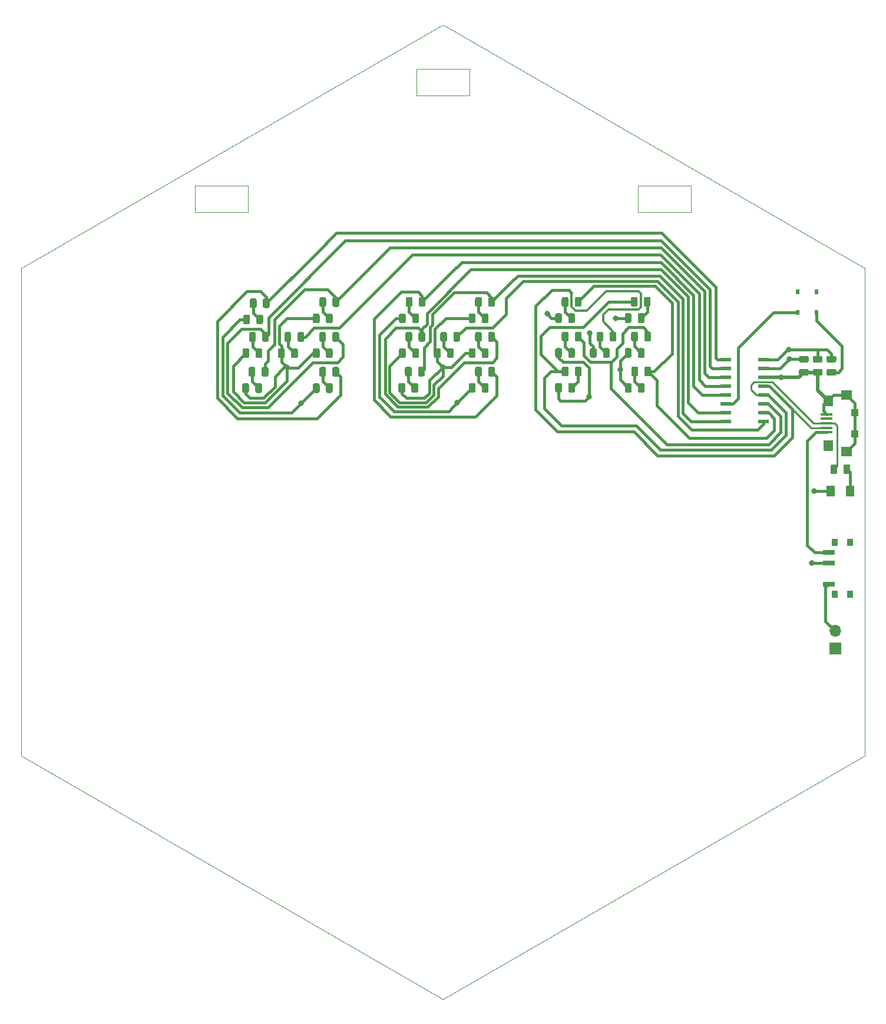
<source format=gbr>
G04 #@! TF.GenerationSoftware,KiCad,Pcbnew,(5.1.9)-1*
G04 #@! TF.CreationDate,2021-03-09T11:18:01-06:00*
G04 #@! TF.ProjectId,altbier_pcb_3d6,616c7462-6965-4725-9f70-63625f336436,2*
G04 #@! TF.SameCoordinates,Original*
G04 #@! TF.FileFunction,Copper,L1,Top*
G04 #@! TF.FilePolarity,Positive*
%FSLAX46Y46*%
G04 Gerber Fmt 4.6, Leading zero omitted, Abs format (unit mm)*
G04 Created by KiCad (PCBNEW (5.1.9)-1) date 2021-03-09 11:18:01*
%MOMM*%
%LPD*%
G01*
G04 APERTURE LIST*
G04 #@! TA.AperFunction,Profile*
%ADD10C,0.100000*%
G04 #@! TD*
G04 #@! TA.AperFunction,Profile*
%ADD11C,0.050000*%
G04 #@! TD*
G04 #@! TA.AperFunction,SMDPad,CuDef*
%ADD12R,1.250000X1.500000*%
G04 #@! TD*
G04 #@! TA.AperFunction,ComponentPad*
%ADD13R,1.700000X1.700000*%
G04 #@! TD*
G04 #@! TA.AperFunction,ComponentPad*
%ADD14O,1.700000X1.700000*%
G04 #@! TD*
G04 #@! TA.AperFunction,SMDPad,CuDef*
%ADD15R,1.700000X0.700000*%
G04 #@! TD*
G04 #@! TA.AperFunction,SMDPad,CuDef*
%ADD16R,0.900000X1.000000*%
G04 #@! TD*
G04 #@! TA.AperFunction,SMDPad,CuDef*
%ADD17R,1.500000X0.600000*%
G04 #@! TD*
G04 #@! TA.AperFunction,SMDPad,CuDef*
%ADD18R,1.000000X1.100000*%
G04 #@! TD*
G04 #@! TA.AperFunction,SMDPad,CuDef*
%ADD19R,1.500000X1.350000*%
G04 #@! TD*
G04 #@! TA.AperFunction,SMDPad,CuDef*
%ADD20R,1.800000X0.400000*%
G04 #@! TD*
G04 #@! TA.AperFunction,SMDPad,CuDef*
%ADD21R,1.400000X1.500000*%
G04 #@! TD*
G04 #@! TA.AperFunction,SMDPad,CuDef*
%ADD22R,0.600000X0.750000*%
G04 #@! TD*
G04 #@! TA.AperFunction,ViaPad*
%ADD23C,0.800000*%
G04 #@! TD*
G04 #@! TA.AperFunction,Conductor*
%ADD24C,0.400000*%
G04 #@! TD*
G04 #@! TA.AperFunction,Conductor*
%ADD25C,0.500000*%
G04 #@! TD*
G04 #@! TA.AperFunction,Conductor*
%ADD26C,0.250000*%
G04 #@! TD*
G04 #@! TA.AperFunction,Conductor*
%ADD27C,0.350000*%
G04 #@! TD*
G04 APERTURE END LIST*
D10*
X111714600Y-49796200D02*
X111714600Y-45986200D01*
X119334600Y-49796200D02*
X111714600Y-49796200D01*
X111714600Y-45986200D02*
X119334600Y-45986200D01*
X119334600Y-45986200D02*
X119334600Y-49796200D01*
X175384600Y-49796200D02*
X175384600Y-45986200D01*
X183004600Y-49796200D02*
X175384600Y-49796200D01*
X175384600Y-45986200D02*
X183004600Y-45986200D01*
X183004600Y-45986200D02*
X183004600Y-49796200D01*
X151154600Y-29286200D02*
X151154600Y-33096200D01*
X143534600Y-29286200D02*
X151154600Y-29286200D01*
X143534600Y-33096200D02*
X143534600Y-29286200D01*
X151154600Y-33096200D02*
X143534600Y-33096200D01*
D11*
X86741000Y-57889000D02*
X147362778Y-22889000D01*
X147362778Y-162889000D02*
X207984556Y-127889000D01*
X207984556Y-57889000D02*
X147362778Y-22889000D01*
X147362778Y-162889000D02*
X86741000Y-127889000D01*
X86741000Y-57889000D02*
X86741000Y-127889000D01*
X207984556Y-57889000D02*
X207984556Y-127889000D01*
D12*
G04 #@! TO.P,SW2,2*
G04 #@! TO.N,Net-(R2-Pad2)*
X205870000Y-89916000D03*
G04 #@! TO.P,SW2,1*
G04 #@! TO.N,V33*
X203070000Y-89916000D03*
G04 #@! TD*
D13*
G04 #@! TO.P,J2,1*
G04 #@! TO.N,GND*
X203708000Y-112522000D03*
D14*
G04 #@! TO.P,J2,2*
G04 #@! TO.N,BAT-PWR*
X203708000Y-109982000D03*
G04 #@! TD*
G04 #@! TO.P,C1,2*
G04 #@! TO.N,V33*
G04 #@! TA.AperFunction,SMDPad,CuDef*
G36*
G01*
X201649650Y-71432000D02*
X200737150Y-71432000D01*
G75*
G02*
X200493400Y-71188250I0J243750D01*
G01*
X200493400Y-70700750D01*
G75*
G02*
X200737150Y-70457000I243750J0D01*
G01*
X201649650Y-70457000D01*
G75*
G02*
X201893400Y-70700750I0J-243750D01*
G01*
X201893400Y-71188250D01*
G75*
G02*
X201649650Y-71432000I-243750J0D01*
G01*
G37*
G04 #@! TD.AperFunction*
G04 #@! TO.P,C1,1*
G04 #@! TO.N,GND*
G04 #@! TA.AperFunction,SMDPad,CuDef*
G36*
G01*
X201649650Y-73307000D02*
X200737150Y-73307000D01*
G75*
G02*
X200493400Y-73063250I0J243750D01*
G01*
X200493400Y-72575750D01*
G75*
G02*
X200737150Y-72332000I243750J0D01*
G01*
X201649650Y-72332000D01*
G75*
G02*
X201893400Y-72575750I0J-243750D01*
G01*
X201893400Y-73063250D01*
G75*
G02*
X201649650Y-73307000I-243750J0D01*
G01*
G37*
G04 #@! TD.AperFunction*
G04 #@! TD*
G04 #@! TO.P,C2,2*
G04 #@! TO.N,VCC*
G04 #@! TA.AperFunction,SMDPad,CuDef*
G36*
G01*
X199668450Y-71432000D02*
X198755950Y-71432000D01*
G75*
G02*
X198512200Y-71188250I0J243750D01*
G01*
X198512200Y-70700750D01*
G75*
G02*
X198755950Y-70457000I243750J0D01*
G01*
X199668450Y-70457000D01*
G75*
G02*
X199912200Y-70700750I0J-243750D01*
G01*
X199912200Y-71188250D01*
G75*
G02*
X199668450Y-71432000I-243750J0D01*
G01*
G37*
G04 #@! TD.AperFunction*
G04 #@! TO.P,C2,1*
G04 #@! TO.N,GND*
G04 #@! TA.AperFunction,SMDPad,CuDef*
G36*
G01*
X199668450Y-73307000D02*
X198755950Y-73307000D01*
G75*
G02*
X198512200Y-73063250I0J243750D01*
G01*
X198512200Y-72575750D01*
G75*
G02*
X198755950Y-72332000I243750J0D01*
G01*
X199668450Y-72332000D01*
G75*
G02*
X199912200Y-72575750I0J-243750D01*
G01*
X199912200Y-73063250D01*
G75*
G02*
X199668450Y-73307000I-243750J0D01*
G01*
G37*
G04 #@! TD.AperFunction*
G04 #@! TD*
G04 #@! TO.P,R2,2*
G04 #@! TO.N,Net-(R2-Pad2)*
G04 #@! TA.AperFunction,SMDPad,CuDef*
G36*
G01*
X204920000Y-87197250D02*
X204920000Y-86284750D01*
G75*
G02*
X205163750Y-86041000I243750J0D01*
G01*
X205651250Y-86041000D01*
G75*
G02*
X205895000Y-86284750I0J-243750D01*
G01*
X205895000Y-87197250D01*
G75*
G02*
X205651250Y-87441000I-243750J0D01*
G01*
X205163750Y-87441000D01*
G75*
G02*
X204920000Y-87197250I0J243750D01*
G01*
G37*
G04 #@! TD.AperFunction*
G04 #@! TO.P,R2,1*
G04 #@! TO.N,D+*
G04 #@! TA.AperFunction,SMDPad,CuDef*
G36*
G01*
X203045000Y-87197250D02*
X203045000Y-86284750D01*
G75*
G02*
X203288750Y-86041000I243750J0D01*
G01*
X203776250Y-86041000D01*
G75*
G02*
X204020000Y-86284750I0J-243750D01*
G01*
X204020000Y-87197250D01*
G75*
G02*
X203776250Y-87441000I-243750J0D01*
G01*
X203288750Y-87441000D01*
G75*
G02*
X203045000Y-87197250I0J243750D01*
G01*
G37*
G04 #@! TD.AperFunction*
G04 #@! TD*
G04 #@! TO.P,R3,2*
G04 #@! TO.N,V33*
G04 #@! TA.AperFunction,SMDPad,CuDef*
G36*
G01*
X203630850Y-71432000D02*
X202718350Y-71432000D01*
G75*
G02*
X202474600Y-71188250I0J243750D01*
G01*
X202474600Y-70700750D01*
G75*
G02*
X202718350Y-70457000I243750J0D01*
G01*
X203630850Y-70457000D01*
G75*
G02*
X203874600Y-70700750I0J-243750D01*
G01*
X203874600Y-71188250D01*
G75*
G02*
X203630850Y-71432000I-243750J0D01*
G01*
G37*
G04 #@! TD.AperFunction*
G04 #@! TO.P,R3,1*
G04 #@! TO.N,Net-(R3-Pad1)*
G04 #@! TA.AperFunction,SMDPad,CuDef*
G36*
G01*
X203630850Y-73307000D02*
X202718350Y-73307000D01*
G75*
G02*
X202474600Y-73063250I0J243750D01*
G01*
X202474600Y-72575750D01*
G75*
G02*
X202718350Y-72332000I243750J0D01*
G01*
X203630850Y-72332000D01*
G75*
G02*
X203874600Y-72575750I0J-243750D01*
G01*
X203874600Y-73063250D01*
G75*
G02*
X203630850Y-73307000I-243750J0D01*
G01*
G37*
G04 #@! TD.AperFunction*
G04 #@! TD*
G04 #@! TO.P,R11,2*
G04 #@! TO.N,P3.2*
G04 #@! TA.AperFunction,SMDPad,CuDef*
G36*
G01*
X121455600Y-63346650D02*
X121455600Y-62434150D01*
G75*
G02*
X121699350Y-62190400I243750J0D01*
G01*
X122186850Y-62190400D01*
G75*
G02*
X122430600Y-62434150I0J-243750D01*
G01*
X122430600Y-63346650D01*
G75*
G02*
X122186850Y-63590400I-243750J0D01*
G01*
X121699350Y-63590400D01*
G75*
G02*
X121455600Y-63346650I0J243750D01*
G01*
G37*
G04 #@! TD.AperFunction*
G04 #@! TO.P,R11,1*
G04 #@! TO.N,Net-(D11-Pad2)*
G04 #@! TA.AperFunction,SMDPad,CuDef*
G36*
G01*
X119580600Y-63346650D02*
X119580600Y-62434150D01*
G75*
G02*
X119824350Y-62190400I243750J0D01*
G01*
X120311850Y-62190400D01*
G75*
G02*
X120555600Y-62434150I0J-243750D01*
G01*
X120555600Y-63346650D01*
G75*
G02*
X120311850Y-63590400I-243750J0D01*
G01*
X119824350Y-63590400D01*
G75*
G02*
X119580600Y-63346650I0J243750D01*
G01*
G37*
G04 #@! TD.AperFunction*
G04 #@! TD*
G04 #@! TO.P,R12,2*
G04 #@! TO.N,P3.2*
G04 #@! TA.AperFunction,SMDPad,CuDef*
G36*
G01*
X131437800Y-73201850D02*
X131437800Y-72289350D01*
G75*
G02*
X131681550Y-72045600I243750J0D01*
G01*
X132169050Y-72045600D01*
G75*
G02*
X132412800Y-72289350I0J-243750D01*
G01*
X132412800Y-73201850D01*
G75*
G02*
X132169050Y-73445600I-243750J0D01*
G01*
X131681550Y-73445600D01*
G75*
G02*
X131437800Y-73201850I0J243750D01*
G01*
G37*
G04 #@! TD.AperFunction*
G04 #@! TO.P,R12,1*
G04 #@! TO.N,Net-(D12-Pad2)*
G04 #@! TA.AperFunction,SMDPad,CuDef*
G36*
G01*
X129562800Y-73201850D02*
X129562800Y-72289350D01*
G75*
G02*
X129806550Y-72045600I243750J0D01*
G01*
X130294050Y-72045600D01*
G75*
G02*
X130537800Y-72289350I0J-243750D01*
G01*
X130537800Y-73201850D01*
G75*
G02*
X130294050Y-73445600I-243750J0D01*
G01*
X129806550Y-73445600D01*
G75*
G02*
X129562800Y-73201850I0J243750D01*
G01*
G37*
G04 #@! TD.AperFunction*
G04 #@! TD*
G04 #@! TO.P,R13,2*
G04 #@! TO.N,P1.4*
G04 #@! TA.AperFunction,SMDPad,CuDef*
G36*
G01*
X121354000Y-68198050D02*
X121354000Y-67285550D01*
G75*
G02*
X121597750Y-67041800I243750J0D01*
G01*
X122085250Y-67041800D01*
G75*
G02*
X122329000Y-67285550I0J-243750D01*
G01*
X122329000Y-68198050D01*
G75*
G02*
X122085250Y-68441800I-243750J0D01*
G01*
X121597750Y-68441800D01*
G75*
G02*
X121354000Y-68198050I0J243750D01*
G01*
G37*
G04 #@! TD.AperFunction*
G04 #@! TO.P,R13,1*
G04 #@! TO.N,Net-(D13-Pad2)*
G04 #@! TA.AperFunction,SMDPad,CuDef*
G36*
G01*
X119479000Y-68198050D02*
X119479000Y-67285550D01*
G75*
G02*
X119722750Y-67041800I243750J0D01*
G01*
X120210250Y-67041800D01*
G75*
G02*
X120454000Y-67285550I0J-243750D01*
G01*
X120454000Y-68198050D01*
G75*
G02*
X120210250Y-68441800I-243750J0D01*
G01*
X119722750Y-68441800D01*
G75*
G02*
X119479000Y-68198050I0J243750D01*
G01*
G37*
G04 #@! TD.AperFunction*
G04 #@! TD*
G04 #@! TO.P,R14,2*
G04 #@! TO.N,P1.4*
G04 #@! TA.AperFunction,SMDPad,CuDef*
G36*
G01*
X131437800Y-68198050D02*
X131437800Y-67285550D01*
G75*
G02*
X131681550Y-67041800I243750J0D01*
G01*
X132169050Y-67041800D01*
G75*
G02*
X132412800Y-67285550I0J-243750D01*
G01*
X132412800Y-68198050D01*
G75*
G02*
X132169050Y-68441800I-243750J0D01*
G01*
X131681550Y-68441800D01*
G75*
G02*
X131437800Y-68198050I0J243750D01*
G01*
G37*
G04 #@! TD.AperFunction*
G04 #@! TO.P,R14,1*
G04 #@! TO.N,Net-(D14-Pad2)*
G04 #@! TA.AperFunction,SMDPad,CuDef*
G36*
G01*
X129562800Y-68198050D02*
X129562800Y-67285550D01*
G75*
G02*
X129806550Y-67041800I243750J0D01*
G01*
X130294050Y-67041800D01*
G75*
G02*
X130537800Y-67285550I0J-243750D01*
G01*
X130537800Y-68198050D01*
G75*
G02*
X130294050Y-68441800I-243750J0D01*
G01*
X129806550Y-68441800D01*
G75*
G02*
X129562800Y-68198050I0J243750D01*
G01*
G37*
G04 #@! TD.AperFunction*
G04 #@! TD*
G04 #@! TO.P,R15,2*
G04 #@! TO.N,P1.5*
G04 #@! TA.AperFunction,SMDPad,CuDef*
G36*
G01*
X121277800Y-73201850D02*
X121277800Y-72289350D01*
G75*
G02*
X121521550Y-72045600I243750J0D01*
G01*
X122009050Y-72045600D01*
G75*
G02*
X122252800Y-72289350I0J-243750D01*
G01*
X122252800Y-73201850D01*
G75*
G02*
X122009050Y-73445600I-243750J0D01*
G01*
X121521550Y-73445600D01*
G75*
G02*
X121277800Y-73201850I0J243750D01*
G01*
G37*
G04 #@! TD.AperFunction*
G04 #@! TO.P,R15,1*
G04 #@! TO.N,Net-(D15-Pad2)*
G04 #@! TA.AperFunction,SMDPad,CuDef*
G36*
G01*
X119402800Y-73201850D02*
X119402800Y-72289350D01*
G75*
G02*
X119646550Y-72045600I243750J0D01*
G01*
X120134050Y-72045600D01*
G75*
G02*
X120377800Y-72289350I0J-243750D01*
G01*
X120377800Y-73201850D01*
G75*
G02*
X120134050Y-73445600I-243750J0D01*
G01*
X119646550Y-73445600D01*
G75*
G02*
X119402800Y-73201850I0J243750D01*
G01*
G37*
G04 #@! TD.AperFunction*
G04 #@! TD*
G04 #@! TO.P,R16,2*
G04 #@! TO.N,P1.5*
G04 #@! TA.AperFunction,SMDPad,CuDef*
G36*
G01*
X131463200Y-63194250D02*
X131463200Y-62281750D01*
G75*
G02*
X131706950Y-62038000I243750J0D01*
G01*
X132194450Y-62038000D01*
G75*
G02*
X132438200Y-62281750I0J-243750D01*
G01*
X132438200Y-63194250D01*
G75*
G02*
X132194450Y-63438000I-243750J0D01*
G01*
X131706950Y-63438000D01*
G75*
G02*
X131463200Y-63194250I0J243750D01*
G01*
G37*
G04 #@! TD.AperFunction*
G04 #@! TO.P,R16,1*
G04 #@! TO.N,Net-(D16-Pad2)*
G04 #@! TA.AperFunction,SMDPad,CuDef*
G36*
G01*
X129588200Y-63194250D02*
X129588200Y-62281750D01*
G75*
G02*
X129831950Y-62038000I243750J0D01*
G01*
X130319450Y-62038000D01*
G75*
G02*
X130563200Y-62281750I0J-243750D01*
G01*
X130563200Y-63194250D01*
G75*
G02*
X130319450Y-63438000I-243750J0D01*
G01*
X129831950Y-63438000D01*
G75*
G02*
X129588200Y-63194250I0J243750D01*
G01*
G37*
G04 #@! TD.AperFunction*
G04 #@! TD*
G04 #@! TO.P,R17,2*
G04 #@! TO.N,P1.6*
G04 #@! TA.AperFunction,SMDPad,CuDef*
G36*
G01*
X126434000Y-68198050D02*
X126434000Y-67285550D01*
G75*
G02*
X126677750Y-67041800I243750J0D01*
G01*
X127165250Y-67041800D01*
G75*
G02*
X127409000Y-67285550I0J-243750D01*
G01*
X127409000Y-68198050D01*
G75*
G02*
X127165250Y-68441800I-243750J0D01*
G01*
X126677750Y-68441800D01*
G75*
G02*
X126434000Y-68198050I0J243750D01*
G01*
G37*
G04 #@! TD.AperFunction*
G04 #@! TO.P,R17,1*
G04 #@! TO.N,Net-(D17-Pad2)*
G04 #@! TA.AperFunction,SMDPad,CuDef*
G36*
G01*
X124559000Y-68198050D02*
X124559000Y-67285550D01*
G75*
G02*
X124802750Y-67041800I243750J0D01*
G01*
X125290250Y-67041800D01*
G75*
G02*
X125534000Y-67285550I0J-243750D01*
G01*
X125534000Y-68198050D01*
G75*
G02*
X125290250Y-68441800I-243750J0D01*
G01*
X124802750Y-68441800D01*
G75*
G02*
X124559000Y-68198050I0J243750D01*
G01*
G37*
G04 #@! TD.AperFunction*
G04 #@! TD*
G04 #@! TO.P,R21,2*
G04 #@! TO.N,P1.7*
G04 #@! TA.AperFunction,SMDPad,CuDef*
G36*
G01*
X143858400Y-63168850D02*
X143858400Y-62256350D01*
G75*
G02*
X144102150Y-62012600I243750J0D01*
G01*
X144589650Y-62012600D01*
G75*
G02*
X144833400Y-62256350I0J-243750D01*
G01*
X144833400Y-63168850D01*
G75*
G02*
X144589650Y-63412600I-243750J0D01*
G01*
X144102150Y-63412600D01*
G75*
G02*
X143858400Y-63168850I0J243750D01*
G01*
G37*
G04 #@! TD.AperFunction*
G04 #@! TO.P,R21,1*
G04 #@! TO.N,Net-(D21-Pad2)*
G04 #@! TA.AperFunction,SMDPad,CuDef*
G36*
G01*
X141983400Y-63168850D02*
X141983400Y-62256350D01*
G75*
G02*
X142227150Y-62012600I243750J0D01*
G01*
X142714650Y-62012600D01*
G75*
G02*
X142958400Y-62256350I0J-243750D01*
G01*
X142958400Y-63168850D01*
G75*
G02*
X142714650Y-63412600I-243750J0D01*
G01*
X142227150Y-63412600D01*
G75*
G02*
X141983400Y-63168850I0J243750D01*
G01*
G37*
G04 #@! TD.AperFunction*
G04 #@! TD*
G04 #@! TO.P,R22,2*
G04 #@! TO.N,P1.7*
G04 #@! TA.AperFunction,SMDPad,CuDef*
G36*
G01*
X153840600Y-73176450D02*
X153840600Y-72263950D01*
G75*
G02*
X154084350Y-72020200I243750J0D01*
G01*
X154571850Y-72020200D01*
G75*
G02*
X154815600Y-72263950I0J-243750D01*
G01*
X154815600Y-73176450D01*
G75*
G02*
X154571850Y-73420200I-243750J0D01*
G01*
X154084350Y-73420200D01*
G75*
G02*
X153840600Y-73176450I0J243750D01*
G01*
G37*
G04 #@! TD.AperFunction*
G04 #@! TO.P,R22,1*
G04 #@! TO.N,Net-(D22-Pad2)*
G04 #@! TA.AperFunction,SMDPad,CuDef*
G36*
G01*
X151965600Y-73176450D02*
X151965600Y-72263950D01*
G75*
G02*
X152209350Y-72020200I243750J0D01*
G01*
X152696850Y-72020200D01*
G75*
G02*
X152940600Y-72263950I0J-243750D01*
G01*
X152940600Y-73176450D01*
G75*
G02*
X152696850Y-73420200I-243750J0D01*
G01*
X152209350Y-73420200D01*
G75*
G02*
X151965600Y-73176450I0J243750D01*
G01*
G37*
G04 #@! TD.AperFunction*
G04 #@! TD*
G04 #@! TO.P,R23,2*
G04 #@! TO.N,P3.1*
G04 #@! TA.AperFunction,SMDPad,CuDef*
G36*
G01*
X143833000Y-68172650D02*
X143833000Y-67260150D01*
G75*
G02*
X144076750Y-67016400I243750J0D01*
G01*
X144564250Y-67016400D01*
G75*
G02*
X144808000Y-67260150I0J-243750D01*
G01*
X144808000Y-68172650D01*
G75*
G02*
X144564250Y-68416400I-243750J0D01*
G01*
X144076750Y-68416400D01*
G75*
G02*
X143833000Y-68172650I0J243750D01*
G01*
G37*
G04 #@! TD.AperFunction*
G04 #@! TO.P,R23,1*
G04 #@! TO.N,Net-(D23-Pad2)*
G04 #@! TA.AperFunction,SMDPad,CuDef*
G36*
G01*
X141958000Y-68172650D02*
X141958000Y-67260150D01*
G75*
G02*
X142201750Y-67016400I243750J0D01*
G01*
X142689250Y-67016400D01*
G75*
G02*
X142933000Y-67260150I0J-243750D01*
G01*
X142933000Y-68172650D01*
G75*
G02*
X142689250Y-68416400I-243750J0D01*
G01*
X142201750Y-68416400D01*
G75*
G02*
X141958000Y-68172650I0J243750D01*
G01*
G37*
G04 #@! TD.AperFunction*
G04 #@! TD*
G04 #@! TO.P,R24,2*
G04 #@! TO.N,P3.1*
G04 #@! TA.AperFunction,SMDPad,CuDef*
G36*
G01*
X153840600Y-68172650D02*
X153840600Y-67260150D01*
G75*
G02*
X154084350Y-67016400I243750J0D01*
G01*
X154571850Y-67016400D01*
G75*
G02*
X154815600Y-67260150I0J-243750D01*
G01*
X154815600Y-68172650D01*
G75*
G02*
X154571850Y-68416400I-243750J0D01*
G01*
X154084350Y-68416400D01*
G75*
G02*
X153840600Y-68172650I0J243750D01*
G01*
G37*
G04 #@! TD.AperFunction*
G04 #@! TO.P,R24,1*
G04 #@! TO.N,Net-(D24-Pad2)*
G04 #@! TA.AperFunction,SMDPad,CuDef*
G36*
G01*
X151965600Y-68172650D02*
X151965600Y-67260150D01*
G75*
G02*
X152209350Y-67016400I243750J0D01*
G01*
X152696850Y-67016400D01*
G75*
G02*
X152940600Y-67260150I0J-243750D01*
G01*
X152940600Y-68172650D01*
G75*
G02*
X152696850Y-68416400I-243750J0D01*
G01*
X152209350Y-68416400D01*
G75*
G02*
X151965600Y-68172650I0J243750D01*
G01*
G37*
G04 #@! TD.AperFunction*
G04 #@! TD*
G04 #@! TO.P,R25,2*
G04 #@! TO.N,P3.0*
G04 #@! TA.AperFunction,SMDPad,CuDef*
G36*
G01*
X143756800Y-73176450D02*
X143756800Y-72263950D01*
G75*
G02*
X144000550Y-72020200I243750J0D01*
G01*
X144488050Y-72020200D01*
G75*
G02*
X144731800Y-72263950I0J-243750D01*
G01*
X144731800Y-73176450D01*
G75*
G02*
X144488050Y-73420200I-243750J0D01*
G01*
X144000550Y-73420200D01*
G75*
G02*
X143756800Y-73176450I0J243750D01*
G01*
G37*
G04 #@! TD.AperFunction*
G04 #@! TO.P,R25,1*
G04 #@! TO.N,Net-(D25-Pad2)*
G04 #@! TA.AperFunction,SMDPad,CuDef*
G36*
G01*
X141881800Y-73176450D02*
X141881800Y-72263950D01*
G75*
G02*
X142125550Y-72020200I243750J0D01*
G01*
X142613050Y-72020200D01*
G75*
G02*
X142856800Y-72263950I0J-243750D01*
G01*
X142856800Y-73176450D01*
G75*
G02*
X142613050Y-73420200I-243750J0D01*
G01*
X142125550Y-73420200D01*
G75*
G02*
X141881800Y-73176450I0J243750D01*
G01*
G37*
G04 #@! TD.AperFunction*
G04 #@! TD*
G04 #@! TO.P,R26,2*
G04 #@! TO.N,P3.0*
G04 #@! TA.AperFunction,SMDPad,CuDef*
G36*
G01*
X153840600Y-63168850D02*
X153840600Y-62256350D01*
G75*
G02*
X154084350Y-62012600I243750J0D01*
G01*
X154571850Y-62012600D01*
G75*
G02*
X154815600Y-62256350I0J-243750D01*
G01*
X154815600Y-63168850D01*
G75*
G02*
X154571850Y-63412600I-243750J0D01*
G01*
X154084350Y-63412600D01*
G75*
G02*
X153840600Y-63168850I0J243750D01*
G01*
G37*
G04 #@! TD.AperFunction*
G04 #@! TO.P,R26,1*
G04 #@! TO.N,Net-(D26-Pad2)*
G04 #@! TA.AperFunction,SMDPad,CuDef*
G36*
G01*
X151965600Y-63168850D02*
X151965600Y-62256350D01*
G75*
G02*
X152209350Y-62012600I243750J0D01*
G01*
X152696850Y-62012600D01*
G75*
G02*
X152940600Y-62256350I0J-243750D01*
G01*
X152940600Y-63168850D01*
G75*
G02*
X152696850Y-63412600I-243750J0D01*
G01*
X152209350Y-63412600D01*
G75*
G02*
X151965600Y-63168850I0J243750D01*
G01*
G37*
G04 #@! TD.AperFunction*
G04 #@! TD*
G04 #@! TO.P,R27,2*
G04 #@! TO.N,P1.1*
G04 #@! TA.AperFunction,SMDPad,CuDef*
G36*
G01*
X148836800Y-68172650D02*
X148836800Y-67260150D01*
G75*
G02*
X149080550Y-67016400I243750J0D01*
G01*
X149568050Y-67016400D01*
G75*
G02*
X149811800Y-67260150I0J-243750D01*
G01*
X149811800Y-68172650D01*
G75*
G02*
X149568050Y-68416400I-243750J0D01*
G01*
X149080550Y-68416400D01*
G75*
G02*
X148836800Y-68172650I0J243750D01*
G01*
G37*
G04 #@! TD.AperFunction*
G04 #@! TO.P,R27,1*
G04 #@! TO.N,Net-(D27-Pad2)*
G04 #@! TA.AperFunction,SMDPad,CuDef*
G36*
G01*
X146961800Y-68172650D02*
X146961800Y-67260150D01*
G75*
G02*
X147205550Y-67016400I243750J0D01*
G01*
X147693050Y-67016400D01*
G75*
G02*
X147936800Y-67260150I0J-243750D01*
G01*
X147936800Y-68172650D01*
G75*
G02*
X147693050Y-68416400I-243750J0D01*
G01*
X147205550Y-68416400D01*
G75*
G02*
X146961800Y-68172650I0J243750D01*
G01*
G37*
G04 #@! TD.AperFunction*
G04 #@! TD*
G04 #@! TO.P,R31,2*
G04 #@! TO.N,P3.3*
G04 #@! TA.AperFunction,SMDPad,CuDef*
G36*
G01*
X166286600Y-63168850D02*
X166286600Y-62256350D01*
G75*
G02*
X166530350Y-62012600I243750J0D01*
G01*
X167017850Y-62012600D01*
G75*
G02*
X167261600Y-62256350I0J-243750D01*
G01*
X167261600Y-63168850D01*
G75*
G02*
X167017850Y-63412600I-243750J0D01*
G01*
X166530350Y-63412600D01*
G75*
G02*
X166286600Y-63168850I0J243750D01*
G01*
G37*
G04 #@! TD.AperFunction*
G04 #@! TO.P,R31,1*
G04 #@! TO.N,Net-(D31-Pad2)*
G04 #@! TA.AperFunction,SMDPad,CuDef*
G36*
G01*
X164411600Y-63168850D02*
X164411600Y-62256350D01*
G75*
G02*
X164655350Y-62012600I243750J0D01*
G01*
X165142850Y-62012600D01*
G75*
G02*
X165386600Y-62256350I0J-243750D01*
G01*
X165386600Y-63168850D01*
G75*
G02*
X165142850Y-63412600I-243750J0D01*
G01*
X164655350Y-63412600D01*
G75*
G02*
X164411600Y-63168850I0J243750D01*
G01*
G37*
G04 #@! TD.AperFunction*
G04 #@! TD*
G04 #@! TO.P,R32,2*
G04 #@! TO.N,P3.3*
G04 #@! TA.AperFunction,SMDPad,CuDef*
G36*
G01*
X176294200Y-73151050D02*
X176294200Y-72238550D01*
G75*
G02*
X176537950Y-71994800I243750J0D01*
G01*
X177025450Y-71994800D01*
G75*
G02*
X177269200Y-72238550I0J-243750D01*
G01*
X177269200Y-73151050D01*
G75*
G02*
X177025450Y-73394800I-243750J0D01*
G01*
X176537950Y-73394800D01*
G75*
G02*
X176294200Y-73151050I0J243750D01*
G01*
G37*
G04 #@! TD.AperFunction*
G04 #@! TO.P,R32,1*
G04 #@! TO.N,Net-(D32-Pad2)*
G04 #@! TA.AperFunction,SMDPad,CuDef*
G36*
G01*
X174419200Y-73151050D02*
X174419200Y-72238550D01*
G75*
G02*
X174662950Y-71994800I243750J0D01*
G01*
X175150450Y-71994800D01*
G75*
G02*
X175394200Y-72238550I0J-243750D01*
G01*
X175394200Y-73151050D01*
G75*
G02*
X175150450Y-73394800I-243750J0D01*
G01*
X174662950Y-73394800D01*
G75*
G02*
X174419200Y-73151050I0J243750D01*
G01*
G37*
G04 #@! TD.AperFunction*
G04 #@! TD*
G04 #@! TO.P,R33,2*
G04 #@! TO.N,P3.4*
G04 #@! TA.AperFunction,SMDPad,CuDef*
G36*
G01*
X166286600Y-68147250D02*
X166286600Y-67234750D01*
G75*
G02*
X166530350Y-66991000I243750J0D01*
G01*
X167017850Y-66991000D01*
G75*
G02*
X167261600Y-67234750I0J-243750D01*
G01*
X167261600Y-68147250D01*
G75*
G02*
X167017850Y-68391000I-243750J0D01*
G01*
X166530350Y-68391000D01*
G75*
G02*
X166286600Y-68147250I0J243750D01*
G01*
G37*
G04 #@! TD.AperFunction*
G04 #@! TO.P,R33,1*
G04 #@! TO.N,Net-(D33-Pad2)*
G04 #@! TA.AperFunction,SMDPad,CuDef*
G36*
G01*
X164411600Y-68147250D02*
X164411600Y-67234750D01*
G75*
G02*
X164655350Y-66991000I243750J0D01*
G01*
X165142850Y-66991000D01*
G75*
G02*
X165386600Y-67234750I0J-243750D01*
G01*
X165386600Y-68147250D01*
G75*
G02*
X165142850Y-68391000I-243750J0D01*
G01*
X164655350Y-68391000D01*
G75*
G02*
X164411600Y-68147250I0J243750D01*
G01*
G37*
G04 #@! TD.AperFunction*
G04 #@! TD*
G04 #@! TO.P,R34,2*
G04 #@! TO.N,P3.4*
G04 #@! TA.AperFunction,SMDPad,CuDef*
G36*
G01*
X176268800Y-68147250D02*
X176268800Y-67234750D01*
G75*
G02*
X176512550Y-66991000I243750J0D01*
G01*
X177000050Y-66991000D01*
G75*
G02*
X177243800Y-67234750I0J-243750D01*
G01*
X177243800Y-68147250D01*
G75*
G02*
X177000050Y-68391000I-243750J0D01*
G01*
X176512550Y-68391000D01*
G75*
G02*
X176268800Y-68147250I0J243750D01*
G01*
G37*
G04 #@! TD.AperFunction*
G04 #@! TO.P,R34,1*
G04 #@! TO.N,Net-(D34-Pad2)*
G04 #@! TA.AperFunction,SMDPad,CuDef*
G36*
G01*
X174393800Y-68147250D02*
X174393800Y-67234750D01*
G75*
G02*
X174637550Y-66991000I243750J0D01*
G01*
X175125050Y-66991000D01*
G75*
G02*
X175368800Y-67234750I0J-243750D01*
G01*
X175368800Y-68147250D01*
G75*
G02*
X175125050Y-68391000I-243750J0D01*
G01*
X174637550Y-68391000D01*
G75*
G02*
X174393800Y-68147250I0J243750D01*
G01*
G37*
G04 #@! TD.AperFunction*
G04 #@! TD*
G04 #@! TO.P,R35,2*
G04 #@! TO.N,D+*
G04 #@! TA.AperFunction,SMDPad,CuDef*
G36*
G01*
X165386600Y-72238550D02*
X165386600Y-73151050D01*
G75*
G02*
X165142850Y-73394800I-243750J0D01*
G01*
X164655350Y-73394800D01*
G75*
G02*
X164411600Y-73151050I0J243750D01*
G01*
X164411600Y-72238550D01*
G75*
G02*
X164655350Y-71994800I243750J0D01*
G01*
X165142850Y-71994800D01*
G75*
G02*
X165386600Y-72238550I0J-243750D01*
G01*
G37*
G04 #@! TD.AperFunction*
G04 #@! TO.P,R35,1*
G04 #@! TO.N,Net-(D35-Pad2)*
G04 #@! TA.AperFunction,SMDPad,CuDef*
G36*
G01*
X167261600Y-72238550D02*
X167261600Y-73151050D01*
G75*
G02*
X167017850Y-73394800I-243750J0D01*
G01*
X166530350Y-73394800D01*
G75*
G02*
X166286600Y-73151050I0J243750D01*
G01*
X166286600Y-72238550D01*
G75*
G02*
X166530350Y-71994800I243750J0D01*
G01*
X167017850Y-71994800D01*
G75*
G02*
X167261600Y-72238550I0J-243750D01*
G01*
G37*
G04 #@! TD.AperFunction*
G04 #@! TD*
G04 #@! TO.P,R36,2*
G04 #@! TO.N,D+*
G04 #@! TA.AperFunction,SMDPad,CuDef*
G36*
G01*
X175318000Y-62230950D02*
X175318000Y-63143450D01*
G75*
G02*
X175074250Y-63387200I-243750J0D01*
G01*
X174586750Y-63387200D01*
G75*
G02*
X174343000Y-63143450I0J243750D01*
G01*
X174343000Y-62230950D01*
G75*
G02*
X174586750Y-61987200I243750J0D01*
G01*
X175074250Y-61987200D01*
G75*
G02*
X175318000Y-62230950I0J-243750D01*
G01*
G37*
G04 #@! TD.AperFunction*
G04 #@! TO.P,R36,1*
G04 #@! TO.N,Net-(D36-Pad2)*
G04 #@! TA.AperFunction,SMDPad,CuDef*
G36*
G01*
X177193000Y-62230950D02*
X177193000Y-63143450D01*
G75*
G02*
X176949250Y-63387200I-243750J0D01*
G01*
X176461750Y-63387200D01*
G75*
G02*
X176218000Y-63143450I0J243750D01*
G01*
X176218000Y-62230950D01*
G75*
G02*
X176461750Y-61987200I243750J0D01*
G01*
X176949250Y-61987200D01*
G75*
G02*
X177193000Y-62230950I0J-243750D01*
G01*
G37*
G04 #@! TD.AperFunction*
G04 #@! TD*
G04 #@! TO.P,R37,2*
G04 #@! TO.N,D-*
G04 #@! TA.AperFunction,SMDPad,CuDef*
G36*
G01*
X171290400Y-68147250D02*
X171290400Y-67234750D01*
G75*
G02*
X171534150Y-66991000I243750J0D01*
G01*
X172021650Y-66991000D01*
G75*
G02*
X172265400Y-67234750I0J-243750D01*
G01*
X172265400Y-68147250D01*
G75*
G02*
X172021650Y-68391000I-243750J0D01*
G01*
X171534150Y-68391000D01*
G75*
G02*
X171290400Y-68147250I0J243750D01*
G01*
G37*
G04 #@! TD.AperFunction*
G04 #@! TO.P,R37,1*
G04 #@! TO.N,Net-(D37-Pad2)*
G04 #@! TA.AperFunction,SMDPad,CuDef*
G36*
G01*
X169415400Y-68147250D02*
X169415400Y-67234750D01*
G75*
G02*
X169659150Y-66991000I243750J0D01*
G01*
X170146650Y-66991000D01*
G75*
G02*
X170390400Y-67234750I0J-243750D01*
G01*
X170390400Y-68147250D01*
G75*
G02*
X170146650Y-68391000I-243750J0D01*
G01*
X169659150Y-68391000D01*
G75*
G02*
X169415400Y-68147250I0J243750D01*
G01*
G37*
G04 #@! TD.AperFunction*
G04 #@! TD*
G04 #@! TO.P,D31,2*
G04 #@! TO.N,Net-(D31-Pad2)*
G04 #@! TA.AperFunction,SMDPad,CuDef*
G36*
G01*
X165351000Y-65499450D02*
X165351000Y-64586950D01*
G75*
G02*
X165594750Y-64343200I243750J0D01*
G01*
X166082250Y-64343200D01*
G75*
G02*
X166326000Y-64586950I0J-243750D01*
G01*
X166326000Y-65499450D01*
G75*
G02*
X166082250Y-65743200I-243750J0D01*
G01*
X165594750Y-65743200D01*
G75*
G02*
X165351000Y-65499450I0J243750D01*
G01*
G37*
G04 #@! TD.AperFunction*
G04 #@! TO.P,D31,1*
G04 #@! TO.N,GND*
G04 #@! TA.AperFunction,SMDPad,CuDef*
G36*
G01*
X163476000Y-65499450D02*
X163476000Y-64586950D01*
G75*
G02*
X163719750Y-64343200I243750J0D01*
G01*
X164207250Y-64343200D01*
G75*
G02*
X164451000Y-64586950I0J-243750D01*
G01*
X164451000Y-65499450D01*
G75*
G02*
X164207250Y-65743200I-243750J0D01*
G01*
X163719750Y-65743200D01*
G75*
G02*
X163476000Y-65499450I0J243750D01*
G01*
G37*
G04 #@! TD.AperFunction*
G04 #@! TD*
G04 #@! TO.P,D32,2*
G04 #@! TO.N,Net-(D32-Pad2)*
G04 #@! TA.AperFunction,SMDPad,CuDef*
G36*
G01*
X175351000Y-75499450D02*
X175351000Y-74586950D01*
G75*
G02*
X175594750Y-74343200I243750J0D01*
G01*
X176082250Y-74343200D01*
G75*
G02*
X176326000Y-74586950I0J-243750D01*
G01*
X176326000Y-75499450D01*
G75*
G02*
X176082250Y-75743200I-243750J0D01*
G01*
X175594750Y-75743200D01*
G75*
G02*
X175351000Y-75499450I0J243750D01*
G01*
G37*
G04 #@! TD.AperFunction*
G04 #@! TO.P,D32,1*
G04 #@! TO.N,GND*
G04 #@! TA.AperFunction,SMDPad,CuDef*
G36*
G01*
X173476000Y-75499450D02*
X173476000Y-74586950D01*
G75*
G02*
X173719750Y-74343200I243750J0D01*
G01*
X174207250Y-74343200D01*
G75*
G02*
X174451000Y-74586950I0J-243750D01*
G01*
X174451000Y-75499450D01*
G75*
G02*
X174207250Y-75743200I-243750J0D01*
G01*
X173719750Y-75743200D01*
G75*
G02*
X173476000Y-75499450I0J243750D01*
G01*
G37*
G04 #@! TD.AperFunction*
G04 #@! TD*
G04 #@! TO.P,D33,2*
G04 #@! TO.N,Net-(D33-Pad2)*
G04 #@! TA.AperFunction,SMDPad,CuDef*
G36*
G01*
X165351000Y-70499450D02*
X165351000Y-69586950D01*
G75*
G02*
X165594750Y-69343200I243750J0D01*
G01*
X166082250Y-69343200D01*
G75*
G02*
X166326000Y-69586950I0J-243750D01*
G01*
X166326000Y-70499450D01*
G75*
G02*
X166082250Y-70743200I-243750J0D01*
G01*
X165594750Y-70743200D01*
G75*
G02*
X165351000Y-70499450I0J243750D01*
G01*
G37*
G04 #@! TD.AperFunction*
G04 #@! TO.P,D33,1*
G04 #@! TO.N,GND*
G04 #@! TA.AperFunction,SMDPad,CuDef*
G36*
G01*
X163476000Y-70499450D02*
X163476000Y-69586950D01*
G75*
G02*
X163719750Y-69343200I243750J0D01*
G01*
X164207250Y-69343200D01*
G75*
G02*
X164451000Y-69586950I0J-243750D01*
G01*
X164451000Y-70499450D01*
G75*
G02*
X164207250Y-70743200I-243750J0D01*
G01*
X163719750Y-70743200D01*
G75*
G02*
X163476000Y-70499450I0J243750D01*
G01*
G37*
G04 #@! TD.AperFunction*
G04 #@! TD*
G04 #@! TO.P,D34,2*
G04 #@! TO.N,Net-(D34-Pad2)*
G04 #@! TA.AperFunction,SMDPad,CuDef*
G36*
G01*
X175351000Y-70499450D02*
X175351000Y-69586950D01*
G75*
G02*
X175594750Y-69343200I243750J0D01*
G01*
X176082250Y-69343200D01*
G75*
G02*
X176326000Y-69586950I0J-243750D01*
G01*
X176326000Y-70499450D01*
G75*
G02*
X176082250Y-70743200I-243750J0D01*
G01*
X175594750Y-70743200D01*
G75*
G02*
X175351000Y-70499450I0J243750D01*
G01*
G37*
G04 #@! TD.AperFunction*
G04 #@! TO.P,D34,1*
G04 #@! TO.N,GND*
G04 #@! TA.AperFunction,SMDPad,CuDef*
G36*
G01*
X173476000Y-70499450D02*
X173476000Y-69586950D01*
G75*
G02*
X173719750Y-69343200I243750J0D01*
G01*
X174207250Y-69343200D01*
G75*
G02*
X174451000Y-69586950I0J-243750D01*
G01*
X174451000Y-70499450D01*
G75*
G02*
X174207250Y-70743200I-243750J0D01*
G01*
X173719750Y-70743200D01*
G75*
G02*
X173476000Y-70499450I0J243750D01*
G01*
G37*
G04 #@! TD.AperFunction*
G04 #@! TD*
G04 #@! TO.P,D35,2*
G04 #@! TO.N,Net-(D35-Pad2)*
G04 #@! TA.AperFunction,SMDPad,CuDef*
G36*
G01*
X165351000Y-75499450D02*
X165351000Y-74586950D01*
G75*
G02*
X165594750Y-74343200I243750J0D01*
G01*
X166082250Y-74343200D01*
G75*
G02*
X166326000Y-74586950I0J-243750D01*
G01*
X166326000Y-75499450D01*
G75*
G02*
X166082250Y-75743200I-243750J0D01*
G01*
X165594750Y-75743200D01*
G75*
G02*
X165351000Y-75499450I0J243750D01*
G01*
G37*
G04 #@! TD.AperFunction*
G04 #@! TO.P,D35,1*
G04 #@! TO.N,GND*
G04 #@! TA.AperFunction,SMDPad,CuDef*
G36*
G01*
X163476000Y-75499450D02*
X163476000Y-74586950D01*
G75*
G02*
X163719750Y-74343200I243750J0D01*
G01*
X164207250Y-74343200D01*
G75*
G02*
X164451000Y-74586950I0J-243750D01*
G01*
X164451000Y-75499450D01*
G75*
G02*
X164207250Y-75743200I-243750J0D01*
G01*
X163719750Y-75743200D01*
G75*
G02*
X163476000Y-75499450I0J243750D01*
G01*
G37*
G04 #@! TD.AperFunction*
G04 #@! TD*
G04 #@! TO.P,D36,2*
G04 #@! TO.N,Net-(D36-Pad2)*
G04 #@! TA.AperFunction,SMDPad,CuDef*
G36*
G01*
X175351000Y-65499450D02*
X175351000Y-64586950D01*
G75*
G02*
X175594750Y-64343200I243750J0D01*
G01*
X176082250Y-64343200D01*
G75*
G02*
X176326000Y-64586950I0J-243750D01*
G01*
X176326000Y-65499450D01*
G75*
G02*
X176082250Y-65743200I-243750J0D01*
G01*
X175594750Y-65743200D01*
G75*
G02*
X175351000Y-65499450I0J243750D01*
G01*
G37*
G04 #@! TD.AperFunction*
G04 #@! TO.P,D36,1*
G04 #@! TO.N,GND*
G04 #@! TA.AperFunction,SMDPad,CuDef*
G36*
G01*
X173476000Y-65499450D02*
X173476000Y-64586950D01*
G75*
G02*
X173719750Y-64343200I243750J0D01*
G01*
X174207250Y-64343200D01*
G75*
G02*
X174451000Y-64586950I0J-243750D01*
G01*
X174451000Y-65499450D01*
G75*
G02*
X174207250Y-65743200I-243750J0D01*
G01*
X173719750Y-65743200D01*
G75*
G02*
X173476000Y-65499450I0J243750D01*
G01*
G37*
G04 #@! TD.AperFunction*
G04 #@! TD*
G04 #@! TO.P,D37,2*
G04 #@! TO.N,Net-(D37-Pad2)*
G04 #@! TA.AperFunction,SMDPad,CuDef*
G36*
G01*
X170351000Y-70499450D02*
X170351000Y-69586950D01*
G75*
G02*
X170594750Y-69343200I243750J0D01*
G01*
X171082250Y-69343200D01*
G75*
G02*
X171326000Y-69586950I0J-243750D01*
G01*
X171326000Y-70499450D01*
G75*
G02*
X171082250Y-70743200I-243750J0D01*
G01*
X170594750Y-70743200D01*
G75*
G02*
X170351000Y-70499450I0J243750D01*
G01*
G37*
G04 #@! TD.AperFunction*
G04 #@! TO.P,D37,1*
G04 #@! TO.N,GND*
G04 #@! TA.AperFunction,SMDPad,CuDef*
G36*
G01*
X168476000Y-70499450D02*
X168476000Y-69586950D01*
G75*
G02*
X168719750Y-69343200I243750J0D01*
G01*
X169207250Y-69343200D01*
G75*
G02*
X169451000Y-69586950I0J-243750D01*
G01*
X169451000Y-70499450D01*
G75*
G02*
X169207250Y-70743200I-243750J0D01*
G01*
X168719750Y-70743200D01*
G75*
G02*
X168476000Y-70499450I0J243750D01*
G01*
G37*
G04 #@! TD.AperFunction*
G04 #@! TD*
G04 #@! TO.P,D21,2*
G04 #@! TO.N,Net-(D21-Pad2)*
G04 #@! TA.AperFunction,SMDPad,CuDef*
G36*
G01*
X142913350Y-65522606D02*
X142913350Y-64610106D01*
G75*
G02*
X143157100Y-64366356I243750J0D01*
G01*
X143644600Y-64366356D01*
G75*
G02*
X143888350Y-64610106I0J-243750D01*
G01*
X143888350Y-65522606D01*
G75*
G02*
X143644600Y-65766356I-243750J0D01*
G01*
X143157100Y-65766356D01*
G75*
G02*
X142913350Y-65522606I0J243750D01*
G01*
G37*
G04 #@! TD.AperFunction*
G04 #@! TO.P,D21,1*
G04 #@! TO.N,GND*
G04 #@! TA.AperFunction,SMDPad,CuDef*
G36*
G01*
X141038350Y-65522606D02*
X141038350Y-64610106D01*
G75*
G02*
X141282100Y-64366356I243750J0D01*
G01*
X141769600Y-64366356D01*
G75*
G02*
X142013350Y-64610106I0J-243750D01*
G01*
X142013350Y-65522606D01*
G75*
G02*
X141769600Y-65766356I-243750J0D01*
G01*
X141282100Y-65766356D01*
G75*
G02*
X141038350Y-65522606I0J243750D01*
G01*
G37*
G04 #@! TD.AperFunction*
G04 #@! TD*
G04 #@! TO.P,D22,2*
G04 #@! TO.N,Net-(D22-Pad2)*
G04 #@! TA.AperFunction,SMDPad,CuDef*
G36*
G01*
X152913350Y-75522606D02*
X152913350Y-74610106D01*
G75*
G02*
X153157100Y-74366356I243750J0D01*
G01*
X153644600Y-74366356D01*
G75*
G02*
X153888350Y-74610106I0J-243750D01*
G01*
X153888350Y-75522606D01*
G75*
G02*
X153644600Y-75766356I-243750J0D01*
G01*
X153157100Y-75766356D01*
G75*
G02*
X152913350Y-75522606I0J243750D01*
G01*
G37*
G04 #@! TD.AperFunction*
G04 #@! TO.P,D22,1*
G04 #@! TO.N,GND*
G04 #@! TA.AperFunction,SMDPad,CuDef*
G36*
G01*
X151038350Y-75522606D02*
X151038350Y-74610106D01*
G75*
G02*
X151282100Y-74366356I243750J0D01*
G01*
X151769600Y-74366356D01*
G75*
G02*
X152013350Y-74610106I0J-243750D01*
G01*
X152013350Y-75522606D01*
G75*
G02*
X151769600Y-75766356I-243750J0D01*
G01*
X151282100Y-75766356D01*
G75*
G02*
X151038350Y-75522606I0J243750D01*
G01*
G37*
G04 #@! TD.AperFunction*
G04 #@! TD*
G04 #@! TO.P,D23,2*
G04 #@! TO.N,Net-(D23-Pad2)*
G04 #@! TA.AperFunction,SMDPad,CuDef*
G36*
G01*
X142913350Y-70522606D02*
X142913350Y-69610106D01*
G75*
G02*
X143157100Y-69366356I243750J0D01*
G01*
X143644600Y-69366356D01*
G75*
G02*
X143888350Y-69610106I0J-243750D01*
G01*
X143888350Y-70522606D01*
G75*
G02*
X143644600Y-70766356I-243750J0D01*
G01*
X143157100Y-70766356D01*
G75*
G02*
X142913350Y-70522606I0J243750D01*
G01*
G37*
G04 #@! TD.AperFunction*
G04 #@! TO.P,D23,1*
G04 #@! TO.N,GND*
G04 #@! TA.AperFunction,SMDPad,CuDef*
G36*
G01*
X141038350Y-70522606D02*
X141038350Y-69610106D01*
G75*
G02*
X141282100Y-69366356I243750J0D01*
G01*
X141769600Y-69366356D01*
G75*
G02*
X142013350Y-69610106I0J-243750D01*
G01*
X142013350Y-70522606D01*
G75*
G02*
X141769600Y-70766356I-243750J0D01*
G01*
X141282100Y-70766356D01*
G75*
G02*
X141038350Y-70522606I0J243750D01*
G01*
G37*
G04 #@! TD.AperFunction*
G04 #@! TD*
G04 #@! TO.P,D24,2*
G04 #@! TO.N,Net-(D24-Pad2)*
G04 #@! TA.AperFunction,SMDPad,CuDef*
G36*
G01*
X152913350Y-70522606D02*
X152913350Y-69610106D01*
G75*
G02*
X153157100Y-69366356I243750J0D01*
G01*
X153644600Y-69366356D01*
G75*
G02*
X153888350Y-69610106I0J-243750D01*
G01*
X153888350Y-70522606D01*
G75*
G02*
X153644600Y-70766356I-243750J0D01*
G01*
X153157100Y-70766356D01*
G75*
G02*
X152913350Y-70522606I0J243750D01*
G01*
G37*
G04 #@! TD.AperFunction*
G04 #@! TO.P,D24,1*
G04 #@! TO.N,GND*
G04 #@! TA.AperFunction,SMDPad,CuDef*
G36*
G01*
X151038350Y-70522606D02*
X151038350Y-69610106D01*
G75*
G02*
X151282100Y-69366356I243750J0D01*
G01*
X151769600Y-69366356D01*
G75*
G02*
X152013350Y-69610106I0J-243750D01*
G01*
X152013350Y-70522606D01*
G75*
G02*
X151769600Y-70766356I-243750J0D01*
G01*
X151282100Y-70766356D01*
G75*
G02*
X151038350Y-70522606I0J243750D01*
G01*
G37*
G04 #@! TD.AperFunction*
G04 #@! TD*
G04 #@! TO.P,D25,2*
G04 #@! TO.N,Net-(D25-Pad2)*
G04 #@! TA.AperFunction,SMDPad,CuDef*
G36*
G01*
X142813350Y-75522606D02*
X142813350Y-74610106D01*
G75*
G02*
X143057100Y-74366356I243750J0D01*
G01*
X143544600Y-74366356D01*
G75*
G02*
X143788350Y-74610106I0J-243750D01*
G01*
X143788350Y-75522606D01*
G75*
G02*
X143544600Y-75766356I-243750J0D01*
G01*
X143057100Y-75766356D01*
G75*
G02*
X142813350Y-75522606I0J243750D01*
G01*
G37*
G04 #@! TD.AperFunction*
G04 #@! TO.P,D25,1*
G04 #@! TO.N,GND*
G04 #@! TA.AperFunction,SMDPad,CuDef*
G36*
G01*
X140938350Y-75522606D02*
X140938350Y-74610106D01*
G75*
G02*
X141182100Y-74366356I243750J0D01*
G01*
X141669600Y-74366356D01*
G75*
G02*
X141913350Y-74610106I0J-243750D01*
G01*
X141913350Y-75522606D01*
G75*
G02*
X141669600Y-75766356I-243750J0D01*
G01*
X141182100Y-75766356D01*
G75*
G02*
X140938350Y-75522606I0J243750D01*
G01*
G37*
G04 #@! TD.AperFunction*
G04 #@! TD*
G04 #@! TO.P,D26,2*
G04 #@! TO.N,Net-(D26-Pad2)*
G04 #@! TA.AperFunction,SMDPad,CuDef*
G36*
G01*
X152913350Y-65522606D02*
X152913350Y-64610106D01*
G75*
G02*
X153157100Y-64366356I243750J0D01*
G01*
X153644600Y-64366356D01*
G75*
G02*
X153888350Y-64610106I0J-243750D01*
G01*
X153888350Y-65522606D01*
G75*
G02*
X153644600Y-65766356I-243750J0D01*
G01*
X153157100Y-65766356D01*
G75*
G02*
X152913350Y-65522606I0J243750D01*
G01*
G37*
G04 #@! TD.AperFunction*
G04 #@! TO.P,D26,1*
G04 #@! TO.N,GND*
G04 #@! TA.AperFunction,SMDPad,CuDef*
G36*
G01*
X151038350Y-65522606D02*
X151038350Y-64610106D01*
G75*
G02*
X151282100Y-64366356I243750J0D01*
G01*
X151769600Y-64366356D01*
G75*
G02*
X152013350Y-64610106I0J-243750D01*
G01*
X152013350Y-65522606D01*
G75*
G02*
X151769600Y-65766356I-243750J0D01*
G01*
X151282100Y-65766356D01*
G75*
G02*
X151038350Y-65522606I0J243750D01*
G01*
G37*
G04 #@! TD.AperFunction*
G04 #@! TD*
G04 #@! TO.P,D27,2*
G04 #@! TO.N,Net-(D27-Pad2)*
G04 #@! TA.AperFunction,SMDPad,CuDef*
G36*
G01*
X147913350Y-70522606D02*
X147913350Y-69610106D01*
G75*
G02*
X148157100Y-69366356I243750J0D01*
G01*
X148644600Y-69366356D01*
G75*
G02*
X148888350Y-69610106I0J-243750D01*
G01*
X148888350Y-70522606D01*
G75*
G02*
X148644600Y-70766356I-243750J0D01*
G01*
X148157100Y-70766356D01*
G75*
G02*
X147913350Y-70522606I0J243750D01*
G01*
G37*
G04 #@! TD.AperFunction*
G04 #@! TO.P,D27,1*
G04 #@! TO.N,GND*
G04 #@! TA.AperFunction,SMDPad,CuDef*
G36*
G01*
X146038350Y-70522606D02*
X146038350Y-69610106D01*
G75*
G02*
X146282100Y-69366356I243750J0D01*
G01*
X146769600Y-69366356D01*
G75*
G02*
X147013350Y-69610106I0J-243750D01*
G01*
X147013350Y-70522606D01*
G75*
G02*
X146769600Y-70766356I-243750J0D01*
G01*
X146282100Y-70766356D01*
G75*
G02*
X146038350Y-70522606I0J243750D01*
G01*
G37*
G04 #@! TD.AperFunction*
G04 #@! TD*
G04 #@! TO.P,D11,2*
G04 #@! TO.N,Net-(D11-Pad2)*
G04 #@! TA.AperFunction,SMDPad,CuDef*
G36*
G01*
X120517300Y-65687550D02*
X120517300Y-64775050D01*
G75*
G02*
X120761050Y-64531300I243750J0D01*
G01*
X121248550Y-64531300D01*
G75*
G02*
X121492300Y-64775050I0J-243750D01*
G01*
X121492300Y-65687550D01*
G75*
G02*
X121248550Y-65931300I-243750J0D01*
G01*
X120761050Y-65931300D01*
G75*
G02*
X120517300Y-65687550I0J243750D01*
G01*
G37*
G04 #@! TD.AperFunction*
G04 #@! TO.P,D11,1*
G04 #@! TO.N,GND*
G04 #@! TA.AperFunction,SMDPad,CuDef*
G36*
G01*
X118642300Y-65687550D02*
X118642300Y-64775050D01*
G75*
G02*
X118886050Y-64531300I243750J0D01*
G01*
X119373550Y-64531300D01*
G75*
G02*
X119617300Y-64775050I0J-243750D01*
G01*
X119617300Y-65687550D01*
G75*
G02*
X119373550Y-65931300I-243750J0D01*
G01*
X118886050Y-65931300D01*
G75*
G02*
X118642300Y-65687550I0J243750D01*
G01*
G37*
G04 #@! TD.AperFunction*
G04 #@! TD*
G04 #@! TO.P,D12,2*
G04 #@! TO.N,Net-(D12-Pad2)*
G04 #@! TA.AperFunction,SMDPad,CuDef*
G36*
G01*
X130517300Y-75537550D02*
X130517300Y-74625050D01*
G75*
G02*
X130761050Y-74381300I243750J0D01*
G01*
X131248550Y-74381300D01*
G75*
G02*
X131492300Y-74625050I0J-243750D01*
G01*
X131492300Y-75537550D01*
G75*
G02*
X131248550Y-75781300I-243750J0D01*
G01*
X130761050Y-75781300D01*
G75*
G02*
X130517300Y-75537550I0J243750D01*
G01*
G37*
G04 #@! TD.AperFunction*
G04 #@! TO.P,D12,1*
G04 #@! TO.N,GND*
G04 #@! TA.AperFunction,SMDPad,CuDef*
G36*
G01*
X128642300Y-75537550D02*
X128642300Y-74625050D01*
G75*
G02*
X128886050Y-74381300I243750J0D01*
G01*
X129373550Y-74381300D01*
G75*
G02*
X129617300Y-74625050I0J-243750D01*
G01*
X129617300Y-75537550D01*
G75*
G02*
X129373550Y-75781300I-243750J0D01*
G01*
X128886050Y-75781300D01*
G75*
G02*
X128642300Y-75537550I0J243750D01*
G01*
G37*
G04 #@! TD.AperFunction*
G04 #@! TD*
G04 #@! TO.P,D13,2*
G04 #@! TO.N,Net-(D13-Pad2)*
G04 #@! TA.AperFunction,SMDPad,CuDef*
G36*
G01*
X120417300Y-70537550D02*
X120417300Y-69625050D01*
G75*
G02*
X120661050Y-69381300I243750J0D01*
G01*
X121148550Y-69381300D01*
G75*
G02*
X121392300Y-69625050I0J-243750D01*
G01*
X121392300Y-70537550D01*
G75*
G02*
X121148550Y-70781300I-243750J0D01*
G01*
X120661050Y-70781300D01*
G75*
G02*
X120417300Y-70537550I0J243750D01*
G01*
G37*
G04 #@! TD.AperFunction*
G04 #@! TO.P,D13,1*
G04 #@! TO.N,GND*
G04 #@! TA.AperFunction,SMDPad,CuDef*
G36*
G01*
X118542300Y-70537550D02*
X118542300Y-69625050D01*
G75*
G02*
X118786050Y-69381300I243750J0D01*
G01*
X119273550Y-69381300D01*
G75*
G02*
X119517300Y-69625050I0J-243750D01*
G01*
X119517300Y-70537550D01*
G75*
G02*
X119273550Y-70781300I-243750J0D01*
G01*
X118786050Y-70781300D01*
G75*
G02*
X118542300Y-70537550I0J243750D01*
G01*
G37*
G04 #@! TD.AperFunction*
G04 #@! TD*
G04 #@! TO.P,D14,2*
G04 #@! TO.N,Net-(D14-Pad2)*
G04 #@! TA.AperFunction,SMDPad,CuDef*
G36*
G01*
X130517300Y-70537550D02*
X130517300Y-69625050D01*
G75*
G02*
X130761050Y-69381300I243750J0D01*
G01*
X131248550Y-69381300D01*
G75*
G02*
X131492300Y-69625050I0J-243750D01*
G01*
X131492300Y-70537550D01*
G75*
G02*
X131248550Y-70781300I-243750J0D01*
G01*
X130761050Y-70781300D01*
G75*
G02*
X130517300Y-70537550I0J243750D01*
G01*
G37*
G04 #@! TD.AperFunction*
G04 #@! TO.P,D14,1*
G04 #@! TO.N,GND*
G04 #@! TA.AperFunction,SMDPad,CuDef*
G36*
G01*
X128642300Y-70537550D02*
X128642300Y-69625050D01*
G75*
G02*
X128886050Y-69381300I243750J0D01*
G01*
X129373550Y-69381300D01*
G75*
G02*
X129617300Y-69625050I0J-243750D01*
G01*
X129617300Y-70537550D01*
G75*
G02*
X129373550Y-70781300I-243750J0D01*
G01*
X128886050Y-70781300D01*
G75*
G02*
X128642300Y-70537550I0J243750D01*
G01*
G37*
G04 #@! TD.AperFunction*
G04 #@! TD*
G04 #@! TO.P,D15,2*
G04 #@! TO.N,Net-(D15-Pad2)*
G04 #@! TA.AperFunction,SMDPad,CuDef*
G36*
G01*
X120367300Y-75537550D02*
X120367300Y-74625050D01*
G75*
G02*
X120611050Y-74381300I243750J0D01*
G01*
X121098550Y-74381300D01*
G75*
G02*
X121342300Y-74625050I0J-243750D01*
G01*
X121342300Y-75537550D01*
G75*
G02*
X121098550Y-75781300I-243750J0D01*
G01*
X120611050Y-75781300D01*
G75*
G02*
X120367300Y-75537550I0J243750D01*
G01*
G37*
G04 #@! TD.AperFunction*
G04 #@! TO.P,D15,1*
G04 #@! TO.N,GND*
G04 #@! TA.AperFunction,SMDPad,CuDef*
G36*
G01*
X118492300Y-75537550D02*
X118492300Y-74625050D01*
G75*
G02*
X118736050Y-74381300I243750J0D01*
G01*
X119223550Y-74381300D01*
G75*
G02*
X119467300Y-74625050I0J-243750D01*
G01*
X119467300Y-75537550D01*
G75*
G02*
X119223550Y-75781300I-243750J0D01*
G01*
X118736050Y-75781300D01*
G75*
G02*
X118492300Y-75537550I0J243750D01*
G01*
G37*
G04 #@! TD.AperFunction*
G04 #@! TD*
G04 #@! TO.P,D16,2*
G04 #@! TO.N,Net-(D16-Pad2)*
G04 #@! TA.AperFunction,SMDPad,CuDef*
G36*
G01*
X130517300Y-65537550D02*
X130517300Y-64625050D01*
G75*
G02*
X130761050Y-64381300I243750J0D01*
G01*
X131248550Y-64381300D01*
G75*
G02*
X131492300Y-64625050I0J-243750D01*
G01*
X131492300Y-65537550D01*
G75*
G02*
X131248550Y-65781300I-243750J0D01*
G01*
X130761050Y-65781300D01*
G75*
G02*
X130517300Y-65537550I0J243750D01*
G01*
G37*
G04 #@! TD.AperFunction*
G04 #@! TO.P,D16,1*
G04 #@! TO.N,GND*
G04 #@! TA.AperFunction,SMDPad,CuDef*
G36*
G01*
X128642300Y-65537550D02*
X128642300Y-64625050D01*
G75*
G02*
X128886050Y-64381300I243750J0D01*
G01*
X129373550Y-64381300D01*
G75*
G02*
X129617300Y-64625050I0J-243750D01*
G01*
X129617300Y-65537550D01*
G75*
G02*
X129373550Y-65781300I-243750J0D01*
G01*
X128886050Y-65781300D01*
G75*
G02*
X128642300Y-65537550I0J243750D01*
G01*
G37*
G04 #@! TD.AperFunction*
G04 #@! TD*
G04 #@! TO.P,D17,2*
G04 #@! TO.N,Net-(D17-Pad2)*
G04 #@! TA.AperFunction,SMDPad,CuDef*
G36*
G01*
X125517300Y-70537550D02*
X125517300Y-69625050D01*
G75*
G02*
X125761050Y-69381300I243750J0D01*
G01*
X126248550Y-69381300D01*
G75*
G02*
X126492300Y-69625050I0J-243750D01*
G01*
X126492300Y-70537550D01*
G75*
G02*
X126248550Y-70781300I-243750J0D01*
G01*
X125761050Y-70781300D01*
G75*
G02*
X125517300Y-70537550I0J243750D01*
G01*
G37*
G04 #@! TD.AperFunction*
G04 #@! TO.P,D17,1*
G04 #@! TO.N,GND*
G04 #@! TA.AperFunction,SMDPad,CuDef*
G36*
G01*
X123642300Y-70537550D02*
X123642300Y-69625050D01*
G75*
G02*
X123886050Y-69381300I243750J0D01*
G01*
X124373550Y-69381300D01*
G75*
G02*
X124617300Y-69625050I0J-243750D01*
G01*
X124617300Y-70537550D01*
G75*
G02*
X124373550Y-70781300I-243750J0D01*
G01*
X123886050Y-70781300D01*
G75*
G02*
X123642300Y-70537550I0J243750D01*
G01*
G37*
G04 #@! TD.AperFunction*
G04 #@! TD*
D15*
G04 #@! TO.P,SW1,1*
G04 #@! TO.N,BAT-PWR*
X202767000Y-103215000D03*
G04 #@! TO.P,SW1,2*
G04 #@! TO.N,VCC*
X202767000Y-100215000D03*
G04 #@! TO.P,SW1,3*
G04 #@! TO.N,USB-PWR*
X202767000Y-98715000D03*
D16*
G04 #@! TO.P,SW1,*
G04 #@! TO.N,*
X205827000Y-104665000D03*
X205827000Y-97265000D03*
X203617000Y-97265000D03*
X203617000Y-104665000D03*
G04 #@! TD*
D17*
G04 #@! TO.P,IC1,16*
G04 #@! TO.N,V33*
X193428600Y-70993000D03*
G04 #@! TO.P,IC1,15*
G04 #@! TO.N,VCC*
X193428600Y-72263000D03*
G04 #@! TO.P,IC1,14*
G04 #@! TO.N,GND*
X193428600Y-73533000D03*
G04 #@! TO.P,IC1,13*
G04 #@! TO.N,D-*
X193428600Y-74803000D03*
G04 #@! TO.P,IC1,12*
G04 #@! TO.N,D+*
X193428600Y-76073000D03*
G04 #@! TO.P,IC1,11*
G04 #@! TO.N,P3.4*
X193428600Y-77343000D03*
G04 #@! TO.P,IC1,10*
G04 #@! TO.N,P3.3*
X193428600Y-78613000D03*
G04 #@! TO.P,IC1,9*
G04 #@! TO.N,P1.1*
X193428600Y-79883000D03*
G04 #@! TO.P,IC1,8*
G04 #@! TO.N,P3.0*
X188028600Y-79883000D03*
G04 #@! TO.P,IC1,7*
G04 #@! TO.N,P3.1*
X188028600Y-78613000D03*
G04 #@! TO.P,IC1,6*
G04 #@! TO.N,RST*
X188028600Y-77343000D03*
G04 #@! TO.P,IC1,5*
G04 #@! TO.N,P1.7*
X188028600Y-76073000D03*
G04 #@! TO.P,IC1,4*
G04 #@! TO.N,P1.6*
X188028600Y-74803000D03*
G04 #@! TO.P,IC1,3*
G04 #@! TO.N,P1.5*
X188028600Y-73533000D03*
G04 #@! TO.P,IC1,2*
G04 #@! TO.N,P1.4*
X188028600Y-72263000D03*
G04 #@! TO.P,IC1,1*
G04 #@! TO.N,P3.2*
X188028600Y-70993000D03*
G04 #@! TD*
D18*
G04 #@! TO.P,J1,6*
G04 #@! TO.N,GND*
X206547000Y-78637000D03*
X206547000Y-81637000D03*
D19*
X205367000Y-76062000D03*
X205367000Y-84212000D03*
D20*
G04 #@! TO.P,J1,5*
X202497000Y-78837000D03*
G04 #@! TO.P,J1,1*
G04 #@! TO.N,USB-PWR*
X202497000Y-81437000D03*
G04 #@! TO.P,J1,4*
G04 #@! TO.N,Net-(J1-Pad4)*
X202497000Y-79487000D03*
G04 #@! TO.P,J1,2*
G04 #@! TO.N,D-*
X202497000Y-80787000D03*
G04 #@! TO.P,J1,3*
G04 #@! TO.N,D+*
X202497000Y-80137000D03*
D21*
G04 #@! TO.P,J1,6*
G04 #@! TO.N,GND*
X202697000Y-76887000D03*
G04 #@! TO.N,N/C*
X202697000Y-83387000D03*
G04 #@! TD*
D22*
G04 #@! TO.P,SW3,1*
G04 #@! TO.N,RST*
X198319400Y-64213000D03*
G04 #@! TO.P,SW3,2*
G04 #@! TO.N,Net-(SW3-Pad2)*
X198319400Y-61263000D03*
G04 #@! TO.P,SW3,3*
G04 #@! TO.N,Net-(R3-Pad1)*
X201019400Y-64213000D03*
G04 #@! TO.P,SW3,4*
G04 #@! TO.N,Net-(SW3-Pad4)*
X201019400Y-61263000D03*
G04 #@! TD*
D23*
G04 #@! TO.N,V33*
X197078600Y-69570600D03*
X200660000Y-89916000D03*
G04 #@! TO.N,GND*
X195961000Y-73533000D03*
X147345400Y-72059800D03*
X149402800Y-77139800D03*
X124917200Y-72110600D03*
X126923800Y-77266800D03*
X172821600Y-72466200D03*
X168325800Y-76301600D03*
X172142000Y-65043200D03*
X168402000Y-67208400D03*
X162331400Y-64414400D03*
G04 #@! TO.N,VCC*
X200329800Y-100203000D03*
X197101700Y-70944500D03*
G04 #@! TD*
D24*
G04 #@! TO.N,V33*
X193428600Y-70993000D02*
X195478400Y-70993000D01*
X195478400Y-70993000D02*
X196900800Y-69570600D01*
X203174600Y-70154800D02*
X203174600Y-70944500D01*
X202590400Y-69570600D02*
X203174600Y-70154800D01*
X201168000Y-70919100D02*
X201193400Y-70944500D01*
X201168000Y-69570600D02*
X201168000Y-70919100D01*
X196900800Y-69570600D02*
X197078600Y-69570600D01*
X201168000Y-69570600D02*
X202590400Y-69570600D01*
X197078600Y-69570600D02*
X201168000Y-69570600D01*
X203070000Y-89916000D02*
X200660000Y-89916000D01*
X200660000Y-89916000D02*
X200660000Y-89916000D01*
D25*
G04 #@! TO.N,GND*
X201193400Y-72819500D02*
X199212200Y-72819500D01*
X201193400Y-75383400D02*
X202697000Y-76887000D01*
X201193400Y-72819500D02*
X201193400Y-75383400D01*
D24*
X202497000Y-78837000D02*
X202484200Y-78837000D01*
D25*
X198498700Y-73533000D02*
X199212200Y-72819500D01*
X193428600Y-73533000D02*
X195961000Y-73533000D01*
X195961000Y-73533000D02*
X198498700Y-73533000D01*
D24*
X203522000Y-76062000D02*
X202697000Y-76887000D01*
X205367000Y-76062000D02*
X203522000Y-76062000D01*
X206547000Y-77242000D02*
X205367000Y-76062000D01*
X206547000Y-78637000D02*
X206547000Y-77242000D01*
X206547000Y-81637000D02*
X206547000Y-78637000D01*
X206547000Y-83032000D02*
X205367000Y-84212000D01*
X206547000Y-81637000D02*
X206547000Y-83032000D01*
X202697000Y-76887000D02*
X202640000Y-76887000D01*
X202640000Y-76887000D02*
X202057000Y-77470000D01*
X202057000Y-78397000D02*
X202497000Y-78837000D01*
X202057000Y-77470000D02*
X202057000Y-78397000D01*
X151525850Y-65066356D02*
X147760244Y-65066356D01*
X147760244Y-65066356D02*
X146202400Y-66624200D01*
X146202400Y-69742906D02*
X146525850Y-70066356D01*
X146202400Y-66624200D02*
X146202400Y-69742906D01*
X151525850Y-70066356D02*
X150558044Y-70066356D01*
X150558044Y-70066356D02*
X148564600Y-72059800D01*
X148564600Y-72059800D02*
X147345400Y-72059800D01*
X146525850Y-71240250D02*
X146525850Y-70066356D01*
X147345400Y-72059800D02*
X146525850Y-71240250D01*
X147345400Y-72059800D02*
X147345400Y-72059800D01*
X147345400Y-73355200D02*
X147345400Y-72059800D01*
X146034190Y-76053068D02*
X146034190Y-74666410D01*
X141106590Y-77149390D02*
X144937868Y-77149390D01*
X146034190Y-74666410D02*
X147345400Y-73355200D01*
X144937868Y-77149390D02*
X146034190Y-76053068D01*
X139674600Y-75717400D02*
X141106590Y-77149390D01*
X139674600Y-71917606D02*
X139674600Y-75717400D01*
X141525850Y-70066356D02*
X139674600Y-71917606D01*
X141425850Y-75066356D02*
X141425850Y-75868450D01*
X141425850Y-75868450D02*
X142087600Y-76530200D01*
X142087600Y-76530200D02*
X144678400Y-76530200D01*
X144678400Y-76530200D02*
X145415000Y-75793600D01*
X145415000Y-73990200D02*
X147345400Y-72059800D01*
X145415000Y-75793600D02*
X145415000Y-73990200D01*
X141525850Y-65066356D02*
X140572044Y-65066356D01*
X140572044Y-65066356D02*
X138226800Y-67411600D01*
X138226800Y-67411600D02*
X138226800Y-76377800D01*
X138226800Y-76377800D02*
X138252200Y-76377800D01*
X138252200Y-76377800D02*
X140309600Y-78435200D01*
X148157006Y-78435200D02*
X148830703Y-77761503D01*
X140309600Y-78435200D02*
X148157006Y-78435200D01*
X148830703Y-77761503D02*
X151525850Y-75066356D01*
X124129800Y-70081300D02*
X124129800Y-69037200D01*
X124129800Y-69037200D02*
X123825000Y-68732400D01*
X123825000Y-68732400D02*
X123825000Y-66192400D01*
X124936100Y-65081300D02*
X129129800Y-65081300D01*
X123825000Y-66192400D02*
X124936100Y-65081300D01*
X129129800Y-70081300D02*
X128622900Y-70081300D01*
X128622900Y-70081300D02*
X126542800Y-72161400D01*
X126542800Y-72161400D02*
X124968000Y-72161400D01*
X124129800Y-71323200D02*
X124129800Y-70081300D01*
X124968000Y-72161400D02*
X124917200Y-72110600D01*
X124917200Y-72110600D02*
X124129800Y-71323200D01*
X118979800Y-75081300D02*
X118979800Y-75926800D01*
X118979800Y-75926800D02*
X119557800Y-76504800D01*
X119557800Y-76504800D02*
X121564400Y-76504800D01*
X121564400Y-76504800D02*
X123190000Y-74879200D01*
X123190000Y-74879200D02*
X123190000Y-73431400D01*
X124510800Y-72110600D02*
X124917200Y-72110600D01*
X123190000Y-73431400D02*
X124510800Y-72110600D01*
X119029800Y-70081300D02*
X117170200Y-71940900D01*
X117170200Y-71940900D02*
X117170200Y-75539600D01*
X117170200Y-75539600D02*
X118770400Y-77139800D01*
X118770400Y-77139800D02*
X121818400Y-77139800D01*
X124917200Y-74041000D02*
X124917200Y-72110600D01*
X121818400Y-77139800D02*
X124917200Y-74041000D01*
X119129800Y-65231300D02*
X118156700Y-65231300D01*
X118156700Y-65231300D02*
X115646200Y-67741800D01*
X115646200Y-67741800D02*
X115646200Y-76123800D01*
X115646200Y-76123800D02*
X118135400Y-78613000D01*
X125598100Y-78613000D02*
X126210150Y-78000950D01*
X118135400Y-78613000D02*
X125598100Y-78613000D01*
X126210150Y-78000950D02*
X129129800Y-75081300D01*
X163963500Y-70043200D02*
X163963500Y-70567700D01*
X173963500Y-75043200D02*
X172821600Y-73901300D01*
X172821600Y-71185100D02*
X173963500Y-70043200D01*
X172821600Y-73901300D02*
X172821600Y-72466200D01*
X172821600Y-72466200D02*
X172821600Y-71185100D01*
X163963500Y-76612900D02*
X163963500Y-75043200D01*
X164236400Y-76885800D02*
X163963500Y-76612900D01*
X167741600Y-76885800D02*
X164236400Y-76885800D01*
X168325800Y-76301600D02*
X168325800Y-76301600D01*
X167487600Y-71374000D02*
X168325800Y-72212200D01*
X168325800Y-72212200D02*
X168325800Y-76301600D01*
X164592000Y-71374000D02*
X167487600Y-71374000D01*
X163963500Y-70745500D02*
X164592000Y-71374000D01*
X163963500Y-70043200D02*
X163963500Y-70745500D01*
X168325800Y-76301600D02*
X167741600Y-76885800D01*
X173963500Y-65043200D02*
X172142000Y-65043200D01*
X172142000Y-65043200D02*
X172142000Y-65043200D01*
X168963500Y-70043200D02*
X168963500Y-69166900D01*
X168963500Y-69166900D02*
X168402000Y-68605400D01*
X168402000Y-68605400D02*
X168402000Y-67208400D01*
X168402000Y-67208400D02*
X168402000Y-67208400D01*
X163963500Y-65043200D02*
X162960200Y-65043200D01*
X162960200Y-65043200D02*
X162331400Y-64414400D01*
X162331400Y-64414400D02*
X162331400Y-64414400D01*
G04 #@! TO.N,VCC*
X193428600Y-72263000D02*
X195783200Y-72263000D01*
X197101700Y-70944500D02*
X199212200Y-70944500D01*
X195783200Y-72263000D02*
X195783200Y-72263000D01*
X195783200Y-72263000D02*
X197101700Y-70944500D01*
D25*
X197101700Y-70944500D02*
X197101700Y-70944500D01*
X200341800Y-100215000D02*
X200329800Y-100203000D01*
D24*
X202767000Y-100215000D02*
X200341800Y-100215000D01*
G04 #@! TO.N,Net-(D11-Pad2)*
X120068100Y-64294600D02*
X121004800Y-65231300D01*
X120068100Y-62890400D02*
X120068100Y-64294600D01*
G04 #@! TO.N,Net-(D12-Pad2)*
X130050300Y-74126800D02*
X131004800Y-75081300D01*
X130050300Y-72745600D02*
X130050300Y-74126800D01*
G04 #@! TO.N,Net-(D13-Pad2)*
X119966500Y-69143000D02*
X120904800Y-70081300D01*
X119966500Y-67741800D02*
X119966500Y-69143000D01*
G04 #@! TO.N,Net-(D14-Pad2)*
X130050300Y-69126800D02*
X131004800Y-70081300D01*
X130050300Y-67741800D02*
X130050300Y-69126800D01*
G04 #@! TO.N,Net-(D15-Pad2)*
X119890300Y-74116800D02*
X120854800Y-75081300D01*
X119890300Y-72745600D02*
X119890300Y-74116800D01*
G04 #@! TO.N,Net-(D16-Pad2)*
X130075700Y-64152200D02*
X131004800Y-65081300D01*
X130075700Y-62738000D02*
X130075700Y-64152200D01*
G04 #@! TO.N,Net-(D17-Pad2)*
X125046500Y-69123000D02*
X126004800Y-70081300D01*
X125046500Y-67741800D02*
X125046500Y-69123000D01*
G04 #@! TO.N,Net-(D21-Pad2)*
X142470900Y-64136406D02*
X143400850Y-65066356D01*
X142470900Y-62712600D02*
X142470900Y-64136406D01*
G04 #@! TO.N,Net-(D22-Pad2)*
X152453100Y-74118606D02*
X153400850Y-75066356D01*
X152453100Y-72720200D02*
X152453100Y-74118606D01*
G04 #@! TO.N,Net-(D23-Pad2)*
X142445500Y-69111006D02*
X143400850Y-70066356D01*
X142445500Y-67716400D02*
X142445500Y-69111006D01*
G04 #@! TO.N,Net-(D24-Pad2)*
X152453100Y-69118606D02*
X153400850Y-70066356D01*
X152453100Y-67716400D02*
X152453100Y-69118606D01*
G04 #@! TO.N,Net-(D25-Pad2)*
X142369300Y-74134806D02*
X143300850Y-75066356D01*
X142369300Y-72720200D02*
X142369300Y-74134806D01*
G04 #@! TO.N,Net-(D26-Pad2)*
X152453100Y-64118606D02*
X153400850Y-65066356D01*
X152453100Y-62712600D02*
X152453100Y-64118606D01*
G04 #@! TO.N,Net-(D27-Pad2)*
X147449300Y-69114806D02*
X148400850Y-70066356D01*
X147449300Y-67716400D02*
X147449300Y-69114806D01*
G04 #@! TO.N,Net-(D31-Pad2)*
X164899100Y-64103800D02*
X165838500Y-65043200D01*
X164899100Y-62712600D02*
X164899100Y-64103800D01*
G04 #@! TO.N,Net-(D32-Pad2)*
X174906700Y-74111400D02*
X175838500Y-75043200D01*
X174906700Y-72694800D02*
X174906700Y-74111400D01*
G04 #@! TO.N,Net-(D33-Pad2)*
X164899100Y-69103800D02*
X165838500Y-70043200D01*
X164899100Y-67691000D02*
X164899100Y-69103800D01*
G04 #@! TO.N,Net-(D34-Pad2)*
X174881300Y-69086000D02*
X175838500Y-70043200D01*
X174881300Y-67691000D02*
X174881300Y-69086000D01*
G04 #@! TO.N,Net-(D35-Pad2)*
X167005000Y-72694800D02*
X166774100Y-72694800D01*
X166774100Y-74107600D02*
X165838500Y-75043200D01*
X166774100Y-72694800D02*
X166774100Y-74107600D01*
G04 #@! TO.N,Net-(D36-Pad2)*
X176705500Y-64176200D02*
X175838500Y-65043200D01*
X176705500Y-62687200D02*
X176705500Y-64176200D01*
G04 #@! TO.N,Net-(D37-Pad2)*
X169902900Y-69107600D02*
X170838500Y-70043200D01*
X169902900Y-67691000D02*
X169902900Y-69107600D01*
G04 #@! TO.N,D-*
X193428600Y-74803000D02*
X194259200Y-74803000D01*
X194259200Y-74803000D02*
X197535800Y-78079600D01*
D26*
X200243200Y-80787000D02*
X197535800Y-78079600D01*
X202497000Y-80787000D02*
X200243200Y-80787000D01*
D27*
X171777900Y-67691000D02*
X171777900Y-66901300D01*
X171777900Y-66901300D02*
X170408600Y-65532000D01*
X170408600Y-65532000D02*
X170408600Y-64541400D01*
X170408600Y-64541400D02*
X171119800Y-63830200D01*
X171119800Y-63830200D02*
X175463200Y-63830200D01*
X175463200Y-63830200D02*
X175818800Y-63474600D01*
X175818800Y-61493400D02*
X175463200Y-61137800D01*
X175818800Y-63474600D02*
X175818800Y-61493400D01*
X175463200Y-61137800D02*
X170840400Y-61137800D01*
X170840400Y-61137800D02*
X167995600Y-63982600D01*
X167995600Y-63982600D02*
X166979600Y-63982600D01*
X166979600Y-63982600D02*
X166420800Y-63982600D01*
X166420800Y-63982600D02*
X165836600Y-63398400D01*
X165836600Y-63398400D02*
X165836600Y-61391800D01*
D24*
X165836600Y-61391800D02*
X165430200Y-60985400D01*
X165430200Y-60985400D02*
X164236400Y-60985400D01*
X162991800Y-60985400D02*
X164236400Y-60985400D01*
X160655000Y-63322200D02*
X162991800Y-60985400D01*
X163804600Y-81305400D02*
X160655000Y-78155800D01*
X174752000Y-81305400D02*
X163804600Y-81305400D01*
X178206400Y-84759800D02*
X174752000Y-81305400D01*
X194970400Y-84759800D02*
X178206400Y-84759800D01*
X197535800Y-82194400D02*
X194970400Y-84759800D01*
X160655000Y-78155800D02*
X160655000Y-63322200D01*
X197535800Y-78079600D02*
X197535800Y-82194400D01*
D26*
G04 #@! TO.N,D+*
X193428600Y-76073000D02*
X192405000Y-76073000D01*
X192405000Y-76073000D02*
X191643000Y-75311000D01*
X191643000Y-75311000D02*
X191643000Y-74625200D01*
X192090201Y-74177999D02*
X194675599Y-74177999D01*
X191643000Y-74625200D02*
X192090201Y-74177999D01*
X200634600Y-80137000D02*
X202497000Y-80137000D01*
X194675599Y-74177999D02*
X200634600Y-80137000D01*
X202497000Y-80137000D02*
X203682600Y-80137000D01*
X203682600Y-80137000D02*
X204012800Y-80467200D01*
X204012800Y-86260700D02*
X203532500Y-86741000D01*
X204012800Y-80467200D02*
X204012800Y-86260700D01*
D24*
X162839400Y-72694800D02*
X164899100Y-72694800D01*
X161899600Y-78028800D02*
X161899600Y-73634600D01*
X164388800Y-80518000D02*
X161899600Y-78028800D01*
X175133000Y-80518000D02*
X164388800Y-80518000D01*
X178587400Y-83972400D02*
X175133000Y-80518000D01*
X194538600Y-83972400D02*
X178587400Y-83972400D01*
X196646800Y-81864200D02*
X194538600Y-83972400D01*
X161899600Y-73634600D02*
X162839400Y-72694800D01*
X194106800Y-76073000D02*
X196646800Y-78613000D01*
X196646800Y-78613000D02*
X196646800Y-81864200D01*
X193428600Y-76073000D02*
X194106800Y-76073000D01*
X164899100Y-72694800D02*
X163880800Y-72694800D01*
X163880800Y-72694800D02*
X161417000Y-70231000D01*
X161417000Y-70231000D02*
X161417000Y-67640200D01*
X171119800Y-62687200D02*
X174830500Y-62687200D01*
X167462200Y-66344800D02*
X171119800Y-62687200D01*
X162712400Y-66344800D02*
X167462200Y-66344800D01*
X161417000Y-67640200D02*
X162712400Y-66344800D01*
G04 #@! TO.N,P3.4*
X176756300Y-67691000D02*
X176756300Y-67028300D01*
X176756300Y-67028300D02*
X176098200Y-66370200D01*
X176098200Y-66370200D02*
X174040800Y-66370200D01*
X174040800Y-66370200D02*
X173151800Y-67259200D01*
X173151800Y-67259200D02*
X173151800Y-68630800D01*
X173151800Y-68630800D02*
X172288200Y-69494400D01*
X172288200Y-69494400D02*
X172288200Y-70561200D01*
X172288200Y-70561200D02*
X171551600Y-71297800D01*
X171551600Y-71297800D02*
X168503600Y-71297800D01*
X168503600Y-71297800D02*
X167614600Y-70408800D01*
X167614600Y-68531500D02*
X166774100Y-67691000D01*
X167614600Y-70408800D02*
X167614600Y-68531500D01*
X171500800Y-75158600D02*
X171500800Y-71348600D01*
X179501800Y-83159600D02*
X171500800Y-75158600D01*
X194157600Y-83159600D02*
X179501800Y-83159600D01*
X171500800Y-71348600D02*
X171551600Y-71297800D01*
X195884800Y-81432400D02*
X194157600Y-83159600D01*
X194106800Y-77343000D02*
X195884800Y-79121000D01*
X195884800Y-79121000D02*
X195884800Y-81432400D01*
X193428600Y-77343000D02*
X194106800Y-77343000D01*
G04 #@! TO.N,P3.3*
X178054000Y-73967100D02*
X176781700Y-72694800D01*
X178054000Y-77622400D02*
X178054000Y-73967100D01*
X182702200Y-82270600D02*
X178054000Y-77622400D01*
X193852800Y-82270600D02*
X182702200Y-82270600D01*
X194970400Y-81153000D02*
X193852800Y-82270600D01*
X194970400Y-79425800D02*
X194970400Y-81153000D01*
X194157600Y-78613000D02*
X194970400Y-79425800D01*
X193428600Y-78613000D02*
X194157600Y-78613000D01*
X169060100Y-60426600D02*
X166774100Y-62712600D01*
X177850800Y-60426600D02*
X169060100Y-60426600D01*
X180263800Y-62839600D02*
X177850800Y-60426600D01*
X180263800Y-70129400D02*
X180263800Y-62839600D01*
X177698400Y-72694800D02*
X180263800Y-70129400D01*
X176781700Y-72694800D02*
X177698400Y-72694800D01*
G04 #@! TO.N,P1.1*
X156387800Y-64465200D02*
X154432000Y-66421000D01*
X156387800Y-62204600D02*
X156387800Y-64465200D01*
X178206400Y-59740800D02*
X158851600Y-59740800D01*
X150619700Y-66421000D02*
X149324300Y-67716400D01*
X181152800Y-62687200D02*
X178206400Y-59740800D01*
X154432000Y-66421000D02*
X150619700Y-66421000D01*
X181152800Y-79121000D02*
X181152800Y-62687200D01*
X158851600Y-59740800D02*
X156387800Y-62204600D01*
X183083200Y-81051400D02*
X181152800Y-79121000D01*
X192582800Y-81051400D02*
X183083200Y-81051400D01*
X193428600Y-80205600D02*
X192582800Y-81051400D01*
X193428600Y-79883000D02*
X193428600Y-80205600D01*
G04 #@! TO.N,P3.0*
X148996400Y-61341000D02*
X153593800Y-61341000D01*
X153593800Y-61341000D02*
X154328100Y-62075300D01*
X145846800Y-64490600D02*
X148996400Y-61341000D01*
X145846800Y-66040000D02*
X145846800Y-64490600D01*
X145516600Y-68402200D02*
X145516600Y-66370200D01*
X154328100Y-62075300D02*
X154328100Y-62712600D01*
X144627600Y-69291200D02*
X145516600Y-68402200D01*
X144627600Y-72336900D02*
X144627600Y-69291200D01*
X145516600Y-66370200D02*
X145846800Y-66040000D01*
X144244300Y-72720200D02*
X144627600Y-72336900D01*
X157122100Y-59918600D02*
X154328100Y-62712600D01*
X158087300Y-58953400D02*
X157122100Y-59918600D01*
X178511200Y-58953400D02*
X158087300Y-58953400D01*
X181813200Y-62255400D02*
X178511200Y-58953400D01*
X181813200Y-78689200D02*
X181813200Y-62255400D01*
X183007000Y-79883000D02*
X181813200Y-78689200D01*
X188028600Y-79883000D02*
X183007000Y-79883000D01*
G04 #@! TO.N,P3.1*
X144320500Y-66952100D02*
X144320500Y-67716400D01*
X154328100Y-67716400D02*
X155067000Y-68455300D01*
X146634200Y-76301600D02*
X145186400Y-77749400D01*
X155067000Y-68455300D02*
X155067000Y-70764400D01*
X155067000Y-70764400D02*
X154432000Y-71399400D01*
X154432000Y-71399400D02*
X150368000Y-71399400D01*
X140589000Y-66446400D02*
X143814800Y-66446400D01*
X150368000Y-71399400D02*
X146634200Y-75133200D01*
X145186400Y-77749400D02*
X140843000Y-77749400D01*
X146634200Y-75133200D02*
X146634200Y-76301600D01*
X139014200Y-68021200D02*
X140589000Y-66446400D01*
X140843000Y-77749400D02*
X139014200Y-75920600D01*
X139014200Y-75920600D02*
X139014200Y-68021200D01*
X143814800Y-66446400D02*
X144320500Y-66952100D01*
X144320500Y-66601100D02*
X144320500Y-67716400D01*
X145034000Y-65887600D02*
X144320500Y-66601100D01*
X145034000Y-64363600D02*
X145034000Y-65887600D01*
X151358600Y-58039000D02*
X145034000Y-64363600D01*
X178663600Y-58039000D02*
X151358600Y-58039000D01*
X182549800Y-61925200D02*
X178663600Y-58039000D01*
X182549800Y-77139800D02*
X182549800Y-61925200D01*
X184023000Y-78613000D02*
X182549800Y-77139800D01*
X188028600Y-78613000D02*
X184023000Y-78613000D01*
G04 #@! TO.N,RST*
X188028600Y-77343000D02*
X189026800Y-77343000D01*
X189026800Y-77343000D02*
X189763400Y-76606400D01*
X189763400Y-76606400D02*
X189763400Y-69265800D01*
X194816200Y-64213000D02*
X198319400Y-64213000D01*
X189763400Y-69265800D02*
X194816200Y-64213000D01*
G04 #@! TO.N,P1.7*
X155092400Y-76123800D02*
X155092400Y-73484500D01*
X152044400Y-79171800D02*
X155092400Y-76123800D01*
X139827000Y-79171800D02*
X152044400Y-79171800D01*
X137414000Y-65176400D02*
X137414000Y-76758800D01*
X141325600Y-61264800D02*
X137414000Y-65176400D01*
X143764000Y-61264800D02*
X141325600Y-61264800D01*
X144345900Y-61846700D02*
X143764000Y-61264800D01*
X155092400Y-73484500D02*
X154328100Y-72720200D01*
X137414000Y-76758800D02*
X139827000Y-79171800D01*
X144345900Y-62712600D02*
X144345900Y-61846700D01*
X148486100Y-58572400D02*
X144345900Y-62712600D01*
X150035500Y-57023000D02*
X148486100Y-58572400D01*
X178638200Y-57023000D02*
X150035500Y-57023000D01*
X183362600Y-61747400D02*
X178638200Y-57023000D01*
X183362600Y-74803000D02*
X183362600Y-61747400D01*
X184632600Y-76073000D02*
X183362600Y-74803000D01*
X188028600Y-76073000D02*
X184632600Y-76073000D01*
G04 #@! TO.N,P1.6*
X127508000Y-67741800D02*
X126921500Y-67741800D01*
X142976600Y-55930800D02*
X132486400Y-66421000D01*
X132486400Y-66421000D02*
X128828800Y-66421000D01*
X178602458Y-55930800D02*
X142976600Y-55930800D01*
X184150000Y-61478342D02*
X178602458Y-55930800D01*
X184150000Y-73888600D02*
X184150000Y-61478342D01*
X185064400Y-74803000D02*
X184150000Y-73888600D01*
X128828800Y-66421000D02*
X127508000Y-67741800D01*
X188028600Y-74803000D02*
X185064400Y-74803000D01*
G04 #@! TO.N,P1.5*
X121765300Y-72745600D02*
X121765300Y-71604900D01*
X121765300Y-71604900D02*
X122224800Y-71145400D01*
X122224800Y-71145400D02*
X122224800Y-69697600D01*
X122224800Y-69697600D02*
X123113800Y-68808600D01*
X123113800Y-68808600D02*
X123113800Y-65201800D01*
X123113800Y-65201800D02*
X127431800Y-60883800D01*
X127431800Y-60883800D02*
X130759200Y-60883800D01*
X131950700Y-62075300D02*
X131950700Y-62738000D01*
X130759200Y-60883800D02*
X131950700Y-62075300D01*
X178663600Y-54940200D02*
X139748500Y-54940200D01*
X135024100Y-59664600D02*
X131950700Y-62738000D01*
X184937400Y-72974200D02*
X184937400Y-61214000D01*
X139748500Y-54940200D02*
X135024100Y-59664600D01*
X184937400Y-61214000D02*
X178663600Y-54940200D01*
X185496200Y-73533000D02*
X184937400Y-72974200D01*
X188028600Y-73533000D02*
X185496200Y-73533000D01*
G04 #@! TO.N,P1.4*
X122224800Y-77876400D02*
X128676400Y-71424800D01*
X132994400Y-70586600D02*
X132994400Y-68810900D01*
X132156200Y-71424800D02*
X132994400Y-70586600D01*
X118440200Y-77876400D02*
X122224800Y-77876400D01*
X128676400Y-71424800D02*
X132156200Y-71424800D01*
X116382800Y-75819000D02*
X118440200Y-77876400D01*
X132994400Y-68810900D02*
X131925300Y-67741800D01*
X116382800Y-68630800D02*
X116382800Y-75819000D01*
X118414800Y-66598800D02*
X116382800Y-68630800D01*
X121107200Y-66598800D02*
X118414800Y-66598800D01*
X121841500Y-67333100D02*
X121107200Y-66598800D01*
X121841500Y-67741800D02*
X121841500Y-67333100D01*
X133299200Y-53898800D02*
X122250200Y-64947800D01*
X178714400Y-53898800D02*
X133299200Y-53898800D01*
X122250200Y-67333100D02*
X121841500Y-67741800D01*
X122250200Y-64947800D02*
X122250200Y-67333100D01*
X185724800Y-60909200D02*
X178714400Y-53898800D01*
X185724800Y-71932800D02*
X185724800Y-60909200D01*
X186055000Y-72263000D02*
X185724800Y-71932800D01*
X188028600Y-72263000D02*
X186055000Y-72263000D01*
G04 #@! TO.N,P3.2*
X121943100Y-62890400D02*
X121943100Y-62024500D01*
X121943100Y-62024500D02*
X121107200Y-61188600D01*
X121107200Y-61188600D02*
X119151400Y-61188600D01*
X119151400Y-61188600D02*
X114884200Y-65455800D01*
X114884200Y-65455800D02*
X114884200Y-76530200D01*
X114884200Y-76530200D02*
X117805200Y-79451200D01*
X117805200Y-79451200D02*
X129209800Y-79451200D01*
X129209800Y-79451200D02*
X132613400Y-76047600D01*
X132613400Y-73433700D02*
X131925300Y-72745600D01*
X132613400Y-76047600D02*
X132613400Y-73433700D01*
X129029700Y-55803800D02*
X121943100Y-62890400D01*
X132001500Y-52832000D02*
X129029700Y-55803800D01*
X178739800Y-52832000D02*
X132001500Y-52832000D01*
X186512200Y-60604400D02*
X178739800Y-52832000D01*
X186512200Y-70739000D02*
X186512200Y-60604400D01*
X186766200Y-70993000D02*
X186512200Y-70739000D01*
X188028600Y-70993000D02*
X186766200Y-70993000D01*
G04 #@! TO.N,USB-PWR*
X200772200Y-98715000D02*
X202767000Y-98715000D01*
X199694800Y-97637600D02*
X200772200Y-98715000D01*
X199694800Y-82651600D02*
X199694800Y-97637600D01*
X200909400Y-81437000D02*
X199694800Y-82651600D01*
X202497000Y-81437000D02*
X200909400Y-81437000D01*
G04 #@! TO.N,BAT-PWR*
X203708000Y-109982000D02*
X202336400Y-108610400D01*
X202336400Y-103645600D02*
X202767000Y-103215000D01*
X202336400Y-108610400D02*
X202336400Y-103645600D01*
G04 #@! TO.N,Net-(R2-Pad2)*
X205870000Y-87203500D02*
X205407500Y-86741000D01*
X205870000Y-89916000D02*
X205870000Y-87203500D01*
G04 #@! TO.N,Net-(R3-Pad1)*
X203174600Y-72819500D02*
X204142100Y-72819500D01*
X204142100Y-72819500D02*
X204673200Y-72288400D01*
X204673200Y-72288400D02*
X204673200Y-69037200D01*
X201019400Y-65383400D02*
X201019400Y-64213000D01*
X204673200Y-69037200D02*
X201019400Y-65383400D01*
G04 #@! TD*
M02*

</source>
